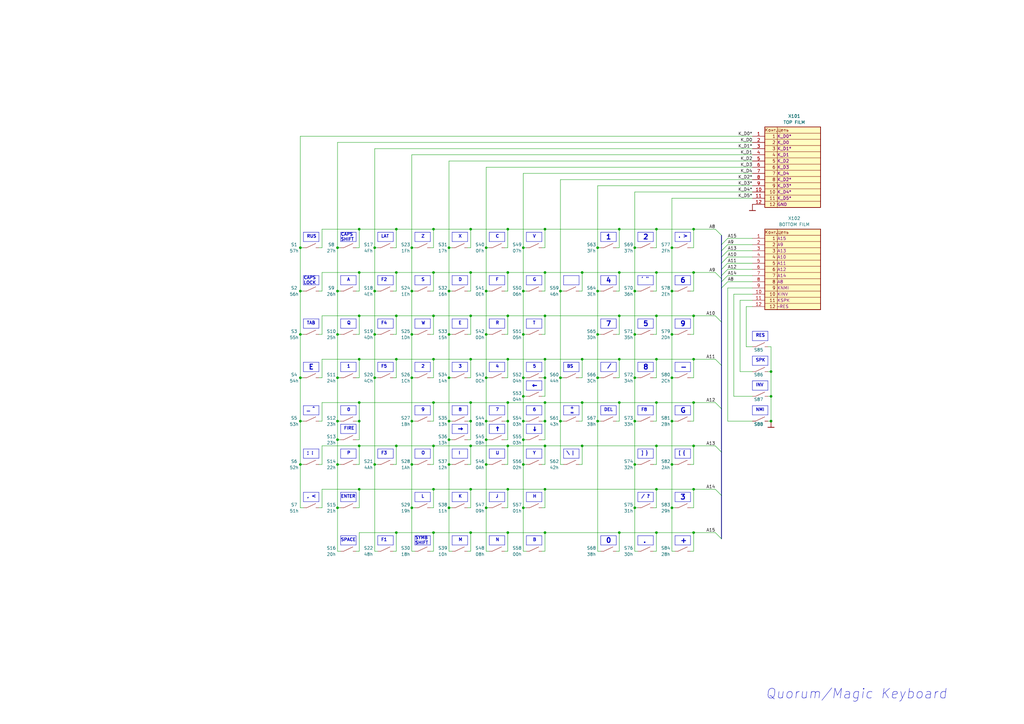
<source format=kicad_sch>
(kicad_sch (version 20230121) (generator eeschema)
  (paper "A3")
  (title_block (title "Quorum/Magic keyboard") (date "19.01.2020") (rev "1.22") (company "Kamil Karimov"))
  (junction (at 284.48 182.88))
  (junction (at 138.43 119.38))
  (junction (at 177.8 129.54))
  (junction (at 123.19 101.6))
  (junction (at 193.04 129.54))
  (junction (at 269.24 147.32))
  (junction (at 260.35 172.72))
  (junction (at 208.28 93.98))
  (junction (at 193.04 182.88))
  (junction (at 147.32 111.76))
  (junction (at 208.28 200.66))
  (junction (at 153.67 154.94))
  (junction (at 184.15 101.6))
  (junction (at 193.04 218.44))
  (junction (at 275.59 190.5))
  (junction (at 316.23 172.72))
  (junction (at 223.52 172.72))
  (junction (at 177.8 111.76))
  (junction (at 223.52 147.32))
  (junction (at 177.8 165.1))
  (junction (at 162.56 129.54))
  (junction (at 147.32 93.98))
  (junction (at 223.52 165.1))
  (junction (at 245.11 101.6))
  (junction (at 269.24 111.76))
  (junction (at 162.56 93.98))
  (junction (at 199.39 172.72))
  (junction (at 208.28 147.32))
  (junction (at 260.35 101.6))
  (junction (at 147.32 129.54))
  (junction (at 153.67 119.38))
  (junction (at 238.76 182.88))
  (junction (at 199.39 208.28))
  (junction (at 269.24 93.98))
  (junction (at 269.24 218.44))
  (junction (at 254 147.32))
  (junction (at 193.04 172.72))
  (junction (at 147.32 200.66))
  (junction (at 223.52 200.66))
  (junction (at 260.35 137.16))
  (junction (at 177.8 218.44))
  (junction (at 199.39 119.38))
  (junction (at 245.11 154.94))
  (junction (at 184.15 208.28))
  (junction (at 147.32 147.32))
  (junction (at 123.19 137.16))
  (junction (at 214.63 208.28))
  (junction (at 223.52 111.76))
  (junction (at 193.04 200.66))
  (junction (at 199.39 190.5))
  (junction (at 254 129.54))
  (junction (at 193.04 111.76))
  (junction (at 138.43 190.5))
  (junction (at 123.19 172.72))
  (junction (at 214.63 101.6))
  (junction (at 254 218.44))
  (junction (at 238.76 111.76))
  (junction (at 284.48 218.44))
  (junction (at 269.24 182.88))
  (junction (at 275.59 154.94))
  (junction (at 177.8 200.66))
  (junction (at 260.35 154.94))
  (junction (at 214.63 190.5))
  (junction (at 168.91 137.16))
  (junction (at 316.23 162.56))
  (junction (at 275.59 101.6))
  (junction (at 229.87 154.94))
  (junction (at 223.52 154.94))
  (junction (at 275.59 119.38))
  (junction (at 184.15 172.72))
  (junction (at 184.15 190.5))
  (junction (at 214.63 162.56))
  (junction (at 214.63 172.72))
  (junction (at 223.52 182.88))
  (junction (at 193.04 165.1))
  (junction (at 208.28 111.76))
  (junction (at 260.35 208.28))
  (junction (at 147.32 165.1))
  (junction (at 245.11 172.72))
  (junction (at 138.43 137.16))
  (junction (at 184.15 137.16))
  (junction (at 168.91 101.6))
  (junction (at 123.19 190.5))
  (junction (at 284.48 93.98))
  (junction (at 193.04 93.98))
  (junction (at 229.87 119.38))
  (junction (at 214.63 119.38))
  (junction (at 123.19 119.38))
  (junction (at 223.52 129.54))
  (junction (at 254 93.98))
  (junction (at 260.35 119.38))
  (junction (at 275.59 208.28))
  (junction (at 168.91 154.94))
  (junction (at 184.15 180.34))
  (junction (at 208.28 129.54))
  (junction (at 254 165.1))
  (junction (at 229.87 172.72))
  (junction (at 214.63 137.16))
  (junction (at 245.11 119.38))
  (junction (at 245.11 137.16))
  (junction (at 199.39 180.34))
  (junction (at 214.63 154.94))
  (junction (at 316.23 152.4))
  (junction (at 223.52 93.98))
  (junction (at 199.39 101.6))
  (junction (at 223.52 218.44))
  (junction (at 238.76 147.32))
  (junction (at 138.43 101.6))
  (junction (at 168.91 172.72))
  (junction (at 269.24 165.1))
  (junction (at 184.15 154.94))
  (junction (at 168.91 190.5))
  (junction (at 260.35 190.5))
  (junction (at 184.15 119.38))
  (junction (at 275.59 172.72))
  (junction (at 193.04 147.32))
  (junction (at 177.8 147.32))
  (junction (at 275.59 137.16))
  (junction (at 138.43 154.94))
  (junction (at 168.91 208.28))
  (junction (at 153.67 101.6))
  (junction (at 162.56 147.32))
  (junction (at 147.32 182.88))
  (junction (at 199.39 137.16))
  (junction (at 208.28 172.72))
  (junction (at 138.43 180.34))
  (junction (at 284.48 200.66))
  (junction (at 208.28 165.1))
  (junction (at 254 111.76))
  (junction (at 162.56 111.76))
  (junction (at 153.67 190.5))
  (junction (at 214.63 180.34))
  (junction (at 208.28 218.44))
  (junction (at 284.48 147.32))
  (junction (at 238.76 165.1))
  (junction (at 199.39 154.94))
  (junction (at 177.8 182.88))
  (junction (at 162.56 182.88))
  (junction (at 269.24 200.66))
  (junction (at 162.56 218.44))
  (junction (at 284.48 111.76))
  (junction (at 177.8 93.98))
  (junction (at 269.24 129.54))
  (junction (at 153.67 137.16))
  (junction (at 168.91 119.38))
  (junction (at 284.48 129.54))
  (junction (at 284.48 165.1))
  (junction (at 208.28 182.88))
  (junction (at 138.43 208.28))
  (junction (at 147.32 172.72))
  (junction (at 138.43 172.72))
  (junction (at 123.19 154.94))
  (bus_entry (at 293.37 165.1) (size 2.54 2.54))
  (bus_entry (at 298.45 100.33) (size -2.54 2.54))
  (bus_entry (at 298.45 107.95) (size -2.54 2.54))
  (bus_entry (at 293.37 129.54) (size 2.54 2.54))
  (bus_entry (at 293.37 111.76) (size 2.54 2.54))
  (bus_entry (at 293.37 218.44) (size 2.54 2.54))
  (bus_entry (at 293.37 93.98) (size 2.54 2.54))
  (bus_entry (at 298.45 97.79) (size -2.54 2.54))
  (bus_entry (at 298.45 113.03) (size -2.54 2.54))
  (bus_entry (at 293.37 200.66) (size 2.54 2.54))
  (bus_entry (at 293.37 147.32) (size 2.54 2.54))
  (bus_entry (at 298.45 110.49) (size -2.54 2.54))
  (bus_entry (at 298.45 105.41) (size -2.54 2.54))
  (bus_entry (at 298.45 102.87) (size -2.54 2.54))
  (bus_entry (at 298.45 115.57) (size -2.54 2.54))
  (bus_entry (at 293.37 182.88) (size 2.54 2.54))
  (polyline (pts (xy 139.7 166.37) (xy 139.7 170.18)))
  (wire (pts (xy 162.56 190.5) (xy 162.56 182.88)))
  (polyline (pts (xy 161.29 113.03) (xy 154.94 113.03)))
  (wire (pts (xy 138.43 226.06) (xy 139.7 226.06)))
  (wire (pts (xy 184.15 190.5) (xy 184.15 180.34)))
  (wire (pts (xy 237.49 119.38) (xy 238.76 119.38)))
  (polyline (pts (xy 207.01 166.37) (xy 200.66 166.37)))
  (wire (pts (xy 146.05 226.06) (xy 147.32 226.06)))
  (polyline (pts (xy 308.61 139.7) (xy 314.96 139.7)))
  (polyline (pts (xy 222.25 170.18) (xy 222.25 166.37)))
  (polyline (pts (xy 215.9 130.81) (xy 215.9 134.62)))
  (wire (pts (xy 269.24 190.5) (xy 269.24 182.88)))
  (polyline (pts (xy 139.7 113.03) (xy 139.7 116.84)))
  (wire (pts (xy 308.61 142.24) (xy 306.07 142.24)))
  (wire (pts (xy 284.48 119.38) (xy 284.48 111.76)))
  (polyline (pts (xy 154.94 134.62) (xy 161.29 134.62)))
  (wire (pts (xy 229.87 172.72) (xy 229.87 190.5)))
  (polyline (pts (xy 267.97 130.81) (xy 261.62 130.81)))
  (polyline (pts (xy 283.21 219.71) (xy 276.86 219.71)))
  (wire (pts (xy 168.91 63.5) (xy 168.91 101.6)))
  (polyline (pts (xy 215.9 116.84) (xy 222.25 116.84)))
  (wire (pts (xy 254 111.76) (xy 269.24 111.76)))
  (polyline (pts (xy 261.62 134.62) (xy 267.97 134.62)))
  (polyline (pts (xy 261.62 95.25) (xy 261.62 99.06)))
  (wire (pts (xy 154.94 101.6) (xy 153.67 101.6)))
  (wire (pts (xy 208.28 165.1) (xy 223.52 165.1)))
  (wire (pts (xy 147.32 129.54) (xy 162.56 129.54)))
  (wire (pts (xy 283.21 137.16) (xy 284.48 137.16)))
  (wire (pts (xy 308.61 63.5) (xy 168.91 63.5)))
  (polyline (pts (xy 154.94 95.25) (xy 154.94 99.06)))
  (wire (pts (xy 208.28 208.28) (xy 208.28 200.66)))
  (polyline (pts (xy 207.01 116.84) (xy 207.01 113.03)))
  (wire (pts (xy 245.11 101.6) (xy 245.11 76.2)))
  (polyline (pts (xy 130.81 152.4) (xy 130.81 148.59)))
  (wire (pts (xy 130.81 190.5) (xy 132.08 190.5)))
  (wire (pts (xy 284.48 182.88) (xy 293.37 182.88)))
  (wire (pts (xy 168.91 119.38) (xy 170.18 119.38)))
  (wire (pts (xy 199.39 180.34) (xy 199.39 190.5)))
  (polyline (pts (xy 124.46 134.62) (xy 130.81 134.62)))
  (polyline (pts (xy 267.97 116.84) (xy 267.97 113.03)))
  (bus (pts (xy 295.91 96.52) (xy 295.91 100.33)))
  (polyline (pts (xy 139.7 95.25) (xy 139.7 99.06)))
  (polyline (pts (xy 222.25 116.84) (xy 222.25 113.03)))
  (wire (pts (xy 276.86 101.6) (xy 275.59 101.6)))
  (wire (pts (xy 153.67 154.94) (xy 153.67 137.16)))
  (wire (pts (xy 147.32 226.06) (xy 147.32 218.44)))
  (polyline (pts (xy 314.96 139.7) (xy 314.96 135.89)))
  (polyline (pts (xy 139.7 134.62) (xy 146.05 134.62)))
  (wire (pts (xy 306.07 142.24) (xy 306.07 125.73)))
  (wire (pts (xy 146.05 180.34) (xy 147.32 180.34)))
  (polyline (pts (xy 161.29 116.84) (xy 161.29 113.03)))
  (wire (pts (xy 147.32 190.5) (xy 147.32 182.88)))
  (wire (pts (xy 254 137.16) (xy 254 129.54)))
  (polyline (pts (xy 200.66 173.99) (xy 200.66 177.8)))
  (polyline (pts (xy 267.97 166.37) (xy 261.62 166.37)))
  (wire (pts (xy 200.66 190.5) (xy 199.39 190.5)))
  (wire (pts (xy 193.04 218.44) (xy 208.28 218.44)))
  (polyline (pts (xy 314.96 146.05) (xy 308.61 146.05)))
  (wire (pts (xy 168.91 101.6) (xy 168.91 119.38)))
  (wire (pts (xy 298.45 110.49) (xy 308.61 110.49)))
  (wire (pts (xy 184.15 137.16) (xy 184.15 119.38)))
  (polyline (pts (xy 161.29 152.4) (xy 161.29 148.59)))
  (wire (pts (xy 316.23 162.56) (xy 316.23 152.4)))
  (polyline (pts (xy 139.7 187.96) (xy 146.05 187.96)))
  (polyline (pts (xy 146.05 130.81) (xy 139.7 130.81)))
  (wire (pts (xy 269.24 208.28) (xy 269.24 200.66)))
  (polyline (pts (xy 308.61 160.02) (xy 314.96 160.02)))
  (polyline (pts (xy 170.18 187.96) (xy 176.53 187.96)))
  (wire (pts (xy 177.8 208.28) (xy 177.8 200.66)))
  (wire (pts (xy 207.01 180.34) (xy 208.28 180.34)))
  (wire (pts (xy 238.76 111.76) (xy 254 111.76)))
  (wire (pts (xy 162.56 226.06) (xy 162.56 218.44)))
  (wire (pts (xy 298.45 105.41) (xy 308.61 105.41)))
  (wire (pts (xy 260.35 137.16) (xy 260.35 154.94)))
  (polyline (pts (xy 185.42 152.4) (xy 191.77 152.4)))
  (polyline (pts (xy 222.25 152.4) (xy 222.25 148.59)))
  (wire (pts (xy 269.24 154.94) (xy 269.24 147.32)))
  (polyline (pts (xy 185.42 223.52) (xy 191.77 223.52)))
  (polyline (pts (xy 308.61 146.05) (xy 308.61 149.86)))
  (polyline (pts (xy 139.7 173.99) (xy 139.7 177.8)))
  (polyline (pts (xy 261.62 223.52) (xy 267.97 223.52)))
  (wire (pts (xy 146.05 119.38) (xy 147.32 119.38)))
  (wire (pts (xy 124.46 119.38) (xy 123.19 119.38)))
  (wire (pts (xy 222.25 101.6) (xy 223.52 101.6)))
  (wire (pts (xy 284.48 129.54) (xy 293.37 129.54)))
  (polyline (pts (xy 185.42 201.93) (xy 185.42 205.74)))
  (wire (pts (xy 132.08 208.28) (xy 132.08 200.66)))
  (wire (pts (xy 267.97 226.06) (xy 269.24 226.06)))
  (wire (pts (xy 308.61 66.04) (xy 184.15 66.04)))
  (polyline (pts (xy 130.81 113.03) (xy 124.46 113.03)))
  (polyline (pts (xy 308.61 170.18) (xy 314.96 170.18)))
  (wire (pts (xy 275.59 137.16) (xy 275.59 119.38)))
  (wire (pts (xy 138.43 208.28) (xy 138.43 226.06)))
  (wire (pts (xy 168.91 137.16) (xy 170.18 137.16)))
  (wire (pts (xy 254 172.72) (xy 254 165.1)))
  (polyline (pts (xy 314.96 156.21) (xy 308.61 156.21)))
  (polyline (pts (xy 200.66 166.37) (xy 200.66 170.18)))
  (polyline (pts (xy 154.94 219.71) (xy 154.94 223.52)))
  (polyline (pts (xy 231.14 113.03) (xy 231.14 116.84)))
  (polyline (pts (xy 314.96 135.89) (xy 308.61 135.89)))
  (polyline (pts (xy 252.73 148.59) (xy 246.38 148.59)))
  (wire (pts (xy 284.48 172.72) (xy 284.48 165.1)))
  (wire (pts (xy 222.25 208.28) (xy 223.52 208.28)))
  (polyline (pts (xy 139.7 223.52) (xy 146.05 223.52)))
  (polyline (pts (xy 170.18 130.81) (xy 170.18 134.62)))
  (wire (pts (xy 162.56 101.6) (xy 162.56 93.98)))
  (wire (pts (xy 146.05 190.5) (xy 147.32 190.5)))
  (wire (pts (xy 138.43 137.16) (xy 139.7 137.16)))
  (polyline (pts (xy 170.18 223.52) (xy 176.53 223.52)))
  (wire (pts (xy 238.76 190.5) (xy 238.76 182.88)))
  (wire (pts (xy 168.91 208.28) (xy 168.91 226.06)))
  (polyline (pts (xy 191.77 116.84) (xy 191.77 113.03)))
  (polyline (pts (xy 215.9 95.25) (xy 215.9 99.06)))
  (polyline (pts (xy 215.9 152.4) (xy 222.25 152.4)))
  (polyline (pts (xy 222.25 184.15) (xy 215.9 184.15)))
  (wire (pts (xy 146.05 154.94) (xy 147.32 154.94)))
  (polyline (pts (xy 200.66 99.06) (xy 207.01 99.06)))
  (bus (pts (xy 295.91 185.42) (xy 295.91 203.2)))
  (wire (pts (xy 147.32 119.38) (xy 147.32 111.76)))
  (wire (pts (xy 231.14 119.38) (xy 229.87 119.38)))
  (polyline (pts (xy 154.94 148.59) (xy 154.94 152.4)))
  (polyline (pts (xy 276.86 205.74) (xy 283.21 205.74)))
  (wire (pts (xy 261.62 137.16) (xy 260.35 137.16)))
  (polyline (pts (xy 246.38 99.06) (xy 252.73 99.06)))
  (polyline (pts (xy 200.66 95.25) (xy 200.66 99.06)))
  (wire (pts (xy 215.9 190.5) (xy 214.63 190.5)))
  (polyline (pts (xy 154.94 152.4) (xy 161.29 152.4)))
  (polyline (pts (xy 276.86 201.93) (xy 276.86 205.74)))
  (polyline (pts (xy 231.14 148.59) (xy 231.14 152.4)))
  (polyline (pts (xy 191.77 173.99) (xy 185.42 173.99)))
  (wire (pts (xy 168.91 190.5) (xy 168.91 208.28)))
  (wire (pts (xy 269.24 111.76) (xy 284.48 111.76)))
  (polyline (pts (xy 283.21 223.52) (xy 283.21 219.71)))
  (wire (pts (xy 223.52 218.44) (xy 254 218.44)))
  (polyline (pts (xy 154.94 223.52) (xy 161.29 223.52)))
  (wire (pts (xy 283.21 190.5) (xy 284.48 190.5)))
  (wire (pts (xy 254 165.1) (xy 269.24 165.1)))
  (polyline (pts (xy 283.21 184.15) (xy 276.86 184.15)))
  (polyline (pts (xy 246.38 219.71) (xy 246.38 223.52)))
  (wire (pts (xy 185.42 208.28) (xy 184.15 208.28)))
  (wire (pts (xy 246.38 119.38) (xy 245.11 119.38)))
  (polyline (pts (xy 215.9 166.37) (xy 215.9 170.18)))
  (wire (pts (xy 283.21 208.28) (xy 284.48 208.28)))
  (polyline (pts (xy 276.86 223.52) (xy 283.21 223.52)))
  (wire (pts (xy 316.23 172.72) (xy 316.23 162.56)))
  (bus (pts (xy 295.91 132.08) (xy 295.91 149.86)))
  (polyline (pts (xy 170.18 99.06) (xy 176.53 99.06)))
  (wire (pts (xy 308.61 55.88) (xy 123.19 55.88)))
  (wire (pts (xy 254 119.38) (xy 254 111.76)))
  (polyline (pts (xy 261.62 99.06) (xy 267.97 99.06)))
  (polyline (pts (xy 124.46 130.81) (xy 124.46 134.62)))
  (wire (pts (xy 269.24 119.38) (xy 269.24 111.76)))
  (polyline (pts (xy 185.42 99.06) (xy 191.77 99.06)))
  (polyline (pts (xy 276.86 184.15) (xy 276.86 187.96)))
  (polyline (pts (xy 170.18 95.25) (xy 170.18 99.06)))
  (wire (pts (xy 276.86 137.16) (xy 275.59 137.16)))
  (wire (pts (xy 298.45 118.11) (xy 308.61 118.11)))
  (wire (pts (xy 191.77 226.06) (xy 193.04 226.06)))
  (wire (pts (xy 162.56 154.94) (xy 162.56 147.32)))
  (polyline (pts (xy 139.7 130.81) (xy 139.7 134.62)))
  (wire (pts (xy 123.19 119.38) (xy 123.19 137.16)))
  (wire (pts (xy 303.53 152.4) (xy 308.61 152.4)))
  (wire (pts (xy 138.43 172.72) (xy 138.43 180.34)))
  (wire (pts (xy 177.8 154.94) (xy 177.8 147.32)))
  (polyline (pts (xy 170.18 170.18) (xy 176.53 170.18)))
  (polyline (pts (xy 261.62 205.74) (xy 267.97 205.74)))
  (wire (pts (xy 207.01 154.94) (xy 208.28 154.94)))
  (polyline (pts (xy 146.05 99.06) (xy 146.05 95.25)))
  (wire (pts (xy 162.56 129.54) (xy 177.8 129.54)))
  (polyline (pts (xy 185.42 113.03) (xy 185.42 116.84)))
  (polyline (pts (xy 261.62 148.59) (xy 261.62 152.4)))
  (bus (pts (xy 295.91 107.95) (xy 295.91 110.49)))
  (polyline (pts (xy 267.97 170.18) (xy 267.97 166.37)))
  (polyline (pts (xy 237.49 116.84) (xy 237.49 113.03)))
  (wire (pts (xy 252.73 137.16) (xy 254 137.16)))
  (wire (pts (xy 193.04 119.38) (xy 193.04 111.76)))
  (polyline (pts (xy 276.86 219.71) (xy 276.86 223.52)))
  (wire (pts (xy 147.32 182.88) (xy 132.08 182.88)))
  (polyline (pts (xy 170.18 166.37) (xy 170.18 170.18)))
  (wire (pts (xy 147.32 165.1) (xy 132.08 165.1)))
  (wire (pts (xy 154.94 137.16) (xy 153.67 137.16)))
  (polyline (pts (xy 130.81 148.59) (xy 124.46 148.59)))
  (wire (pts (xy 161.29 137.16) (xy 162.56 137.16)))
  (polyline (pts (xy 308.61 166.37) (xy 308.61 170.18)))
  (wire (pts (xy 222.25 226.06) (xy 223.52 226.06)))
  (polyline (pts (xy 176.53 170.18) (xy 176.53 166.37)))
  (wire (pts (xy 284.48 208.28) (xy 284.48 200.66)))
  (polyline (pts (xy 246.38 170.18) (xy 252.73 170.18)))
  (wire (pts (xy 283.21 154.94) (xy 284.48 154.94)))
  (wire (pts (xy 191.77 190.5) (xy 193.04 190.5)))
  (wire (pts (xy 238.76 147.32) (xy 254 147.32)))
  (wire (pts (xy 138.43 180.34) (xy 139.7 180.34)))
  (wire (pts (xy 223.52 129.54) (xy 254 129.54)))
  (polyline (pts (xy 139.7 152.4) (xy 146.05 152.4)))
  (wire (pts (xy 222.25 119.38) (xy 223.52 119.38)))
  (wire (pts (xy 138.43 101.6) (xy 138.43 119.38)))
  (wire (pts (xy 267.97 190.5) (xy 269.24 190.5)))
  (wire (pts (xy 199.39 68.58) (xy 199.39 101.6)))
  (wire (pts (xy 208.28 154.94) (xy 208.28 147.32)))
  (polyline (pts (xy 200.66 187.96) (xy 207.01 187.96)))
  (wire (pts (xy 162.56 147.32) (xy 147.32 147.32)))
  (wire (pts (xy 222.25 154.94) (xy 223.52 154.94)))
  (wire (pts (xy 283.21 172.72) (xy 284.48 172.72)))
  (polyline (pts (xy 283.21 116.84) (xy 283.21 113.03)))
  (polyline (pts (xy 276.86 134.62) (xy 283.21 134.62)))
  (polyline (pts (xy 154.94 184.15) (xy 154.94 187.96)))
  (polyline (pts (xy 200.66 134.62) (xy 207.01 134.62)))
  (wire (pts (xy 260.35 119.38) (xy 260.35 137.16)))
  (wire (pts (xy 231.14 172.72) (xy 229.87 172.72)))
  (wire (pts (xy 176.53 137.16) (xy 177.8 137.16)))
  (wire (pts (xy 177.8 101.6) (xy 177.8 93.98)))
  (wire (pts (xy 314.96 152.4) (xy 316.23 152.4)))
  (polyline (pts (xy 170.18 152.4) (xy 176.53 152.4)))
  (wire (pts (xy 176.53 119.38) (xy 177.8 119.38)))
  (polyline (pts (xy 185.42 184.15) (xy 185.42 187.96)))
  (wire (pts (xy 208.28 93.98) (xy 223.52 93.98)))
  (wire (pts (xy 215.9 101.6) (xy 214.63 101.6)))
  (wire (pts (xy 124.46 208.28) (xy 123.19 208.28)))
  (wire (pts (xy 308.61 162.56) (xy 300.99 162.56)))
  (polyline (pts (xy 176.53 116.84) (xy 176.53 113.03)))
  (wire (pts (xy 238.76 182.88) (xy 269.24 182.88)))
  (wire (pts (xy 193.04 137.16) (xy 193.04 129.54)))
  (wire (pts (xy 154.94 190.5) (xy 153.67 190.5)))
  (wire (pts (xy 284.48 165.1) (xy 293.37 165.1)))
  (polyline (pts (xy 207.01 223.52) (xy 207.01 219.71)))
  (wire (pts (xy 222.25 137.16) (xy 223.52 137.16)))
  (polyline (pts (xy 276.86 113.03) (xy 276.86 116.84)))
  (polyline (pts (xy 276.86 152.4) (xy 283.21 152.4)))
  (polyline (pts (xy 124.46 116.84) (xy 130.81 116.84)))
  (wire (pts (xy 153.67 137.16) (xy 153.67 119.38)))
  (polyline (pts (xy 246.38 134.62) (xy 252.73 134.62)))
  (polyline (pts (xy 176.53 152.4) (xy 176.53 148.59)))
  (polyline (pts (xy 314.96 166.37) (xy 308.61 166.37)))
  (wire (pts (xy 177.8 190.5) (xy 177.8 182.88)))
  (wire (pts (xy 208.28 190.5) (xy 208.28 182.88)))
  (polyline (pts (xy 185.42 95.25) (xy 185.42 99.06)))
  (polyline (pts (xy 215.9 148.59) (xy 215.9 152.4)))
  (wire (pts (xy 146.05 137.16) (xy 147.32 137.16)))
  (wire (pts (xy 214.63 162.56) (xy 214.63 172.72)))
  (wire (pts (xy 161.29 101.6) (xy 162.56 101.6)))
  (polyline (pts (xy 283.21 95.25) (xy 276.86 95.25)))
  (polyline (pts (xy 267.97 184.15) (xy 261.62 184.15)))
  (polyline (pts (xy 146.05 187.96) (xy 146.05 184.15)))
  (polyline (pts (xy 246.38 113.03) (xy 246.38 116.84)))
  (wire (pts (xy 284.48 147.32) (xy 293.37 147.32)))
  (wire (pts (xy 124.46 137.16) (xy 123.19 137.16)))
  (polyline (pts (xy 215.9 219.71) (xy 215.9 223.52)))
  (wire (pts (xy 260.35 78.74) (xy 308.61 78.74)))
  (wire (pts (xy 138.43 119.38) (xy 138.43 137.16)))
  (wire (pts (xy 269.24 147.32) (xy 284.48 147.32)))
  (polyline (pts (xy 261.62 113.03) (xy 261.62 116.84)))
  (polyline (pts (xy 231.14 170.18) (xy 237.49 170.18)))
  (wire (pts (xy 245.11 76.2) (xy 308.61 76.2)))
  (wire (pts (xy 153.67 60.96) (xy 153.67 101.6)))
  (polyline (pts (xy 176.53 205.74) (xy 176.53 201.93)))
  (wire (pts (xy 284.48 101.6) (xy 284.48 93.98)))
  (wire (pts (xy 154.94 119.38) (xy 153.67 119.38)))
  (polyline (pts (xy 130.81 166.37) (xy 124.46 166.37)))
  (wire (pts (xy 185.42 190.5) (xy 184.15 190.5)))
  (wire (pts (xy 214.63 208.28) (xy 214.63 226.06)))
  (wire (pts (xy 298.45 107.95) (xy 308.61 107.95)))
  (wire (pts (xy 223.52 226.06) (xy 223.52 218.44)))
  (wire (pts (xy 124.46 190.5) (xy 123.19 190.5)))
  (polyline (pts (xy 207.01 187.96) (xy 207.01 184.15)))
  (wire (pts (xy 276.86 190.5) (xy 275.59 190.5)))
  (polyline (pts (xy 170.18 116.84) (xy 176.53 116.84)))
  (polyline (pts (xy 308.61 135.89) (xy 308.61 139.7)))
  (wire (pts (xy 176.53 208.28) (xy 177.8 208.28)))
  (polyline (pts (xy 252.73 116.84) (xy 252.73 113.03)))
  (polyline (pts (xy 191.77 184.15) (xy 185.42 184.15)))
  (polyline (pts (xy 246.38 148.59) (xy 246.38 152.4)))
  (wire (pts (xy 254 218.44) (xy 269.24 218.44)))
  (polyline (pts (xy 261.62 152.4) (xy 267.97 152.4)))
  (polyline (pts (xy 252.73 130.81) (xy 246.38 130.81)))
  (wire (pts (xy 161.29 190.5) (xy 162.56 190.5)))
  (wire (pts (xy 208.28 218.44) (xy 223.52 218.44)))
  (wire (pts (xy 284.48 226.06) (xy 284.48 218.44)))
  (polyline (pts (xy 283.21 134.62) (xy 283.21 130.81)))
  (wire (pts (xy 267.97 119.38) (xy 269.24 119.38)))
  (polyline (pts (xy 130.81 116.84) (xy 130.81 113.03)))
  (polyline (pts (xy 222.25 130.81) (xy 215.9 130.81)))
  (wire (pts (xy 124.46 154.94) (xy 123.19 154.94)))
  (polyline (pts (xy 185.42 116.84) (xy 191.77 116.84)))
  (wire (pts (xy 222.25 190.5) (xy 223.52 190.5)))
  (polyline (pts (xy 139.7 184.15) (xy 139.7 187.96)))
  (polyline (pts (xy 176.53 184.15) (xy 170.18 184.15)))
  (wire (pts (xy 223.52 111.76) (xy 238.76 111.76)))
  (polyline (pts (xy 276.86 99.06) (xy 283.21 99.06)))
  (wire (pts (xy 191.77 208.28) (xy 193.04 208.28)))
  (polyline (pts (xy 276.86 95.25) (xy 276.86 99.06)))
  (wire (pts (xy 261.62 208.28) (xy 260.35 208.28)))
  (polyline (pts (xy 139.7 99.06) (xy 146.05 99.06)))
  (wire (pts (xy 146.05 208.28) (xy 147.32 208.28)))
  (polyline (pts (xy 222.25 166.37) (xy 215.9 166.37)))
  (wire (pts (xy 177.8 200.66) (xy 193.04 200.66)))
  (polyline (pts (xy 207.01 134.62) (xy 207.01 130.81)))
  (wire (pts (xy 130.81 101.6) (xy 132.08 101.6)))
  (wire (pts (xy 298.45 100.33) (xy 308.61 100.33)))
  (wire (pts (xy 283.21 101.6) (xy 284.48 101.6)))
  (polyline (pts (xy 176.53 99.06) (xy 176.53 95.25)))
  (wire (pts (xy 261.62 101.6) (xy 260.35 101.6)))
  (wire (pts (xy 208.28 180.34) (xy 208.28 172.72)))
  (wire (pts (xy 298.45 102.87) (xy 308.61 102.87)))
  (wire (pts (xy 193.04 180.34) (xy 193.04 172.72)))
  (polyline (pts (xy 185.42 177.8) (xy 191.77 177.8)))
  (polyline (pts (xy 200.66 116.84) (xy 207.01 116.84)))
  (bus (pts (xy 295.91 105.41) (xy 295.91 107.95)))
  (polyline (pts (xy 176.53 166.37) (xy 170.18 166.37)))
  (polyline (pts (xy 222.25 187.96) (xy 222.25 184.15)))
  (wire (pts (xy 123.19 101.6) (xy 123.19 119.38)))
  (wire (pts (xy 246.38 101.6) (xy 245.11 101.6)))
  (polyline (pts (xy 252.73 95.25) (xy 246.38 95.25)))
  (wire (pts (xy 208.28 226.06) (xy 208.28 218.44)))
  (wire (pts (xy 132.08 172.72) (xy 132.08 165.1)))
  (wire (pts (xy 177.8 147.32) (xy 193.04 147.32)))
  (polyline (pts (xy 146.05 170.18) (xy 146.05 166.37)))
  (polyline (pts (xy 231.14 152.4) (xy 237.49 152.4)))
  (polyline (pts (xy 130.81 130.81) (xy 124.46 130.81)))
  (polyline (pts (xy 161.29 99.06) (xy 161.29 95.25)))
  (polyline (pts (xy 267.97 223.52) (xy 267.97 219.71)))
  (polyline (pts (xy 176.53 95.25) (xy 170.18 95.25)))
  (polyline (pts (xy 314.96 149.86) (xy 314.96 146.05)))
  (polyline (pts (xy 207.01 205.74) (xy 207.01 201.93)))
  (wire (pts (xy 138.43 119.38) (xy 139.7 119.38)))
  (polyline (pts (xy 207.01 113.03) (xy 200.66 113.03)))
  (wire (pts (xy 254 93.98) (xy 269.24 93.98)))
  (polyline (pts (xy 200.66 148.59) (xy 200.66 152.4)))
  (polyline (pts (xy 215.9 160.02) (xy 222.25 160.02)))
  (wire (pts (xy 147.32 172.72) (xy 147.32 165.1)))
  (polyline (pts (xy 215.9 99.06) (xy 222.25 99.06)))
  (wire (pts (xy 154.94 226.06) (xy 153.67 226.06)))
  (wire (pts (xy 123.19 137.16) (xy 123.19 154.94)))
  (wire (pts (xy 200.66 180.34) (xy 199.39 180.34)))
  (wire (pts (xy 184.15 154.94) (xy 184.15 137.16)))
  (wire (pts (xy 177.8 218.44) (xy 193.04 218.44)))
  (polyline (pts (xy 124.46 166.37) (xy 124.46 170.18)))
  (wire (pts (xy 308.61 172.72) (xy 298.45 172.72)))
  (wire (pts (xy 300.99 162.56) (xy 300.99 120.65)))
  (wire (pts (xy 177.8 200.66) (xy 147.32 200.66)))
  (polyline (pts (xy 176.53 130.81) (xy 170.18 130.81)))
  (polyline (pts (xy 222.25 173.99) (xy 215.9 173.99)))
  (wire (pts (xy 200.66 172.72) (xy 199.39 172.72)))
  (wire (pts (xy 191.77 154.94) (xy 193.04 154.94)))
  (wire (pts (xy 276.86 226.06) (xy 275.59 226.06)))
  (wire (pts (xy 207.01 190.5) (xy 208.28 190.5)))
  (wire (pts (xy 284.48 190.5) (xy 284.48 182.88)))
  (polyline (pts (xy 191.77 152.4) (xy 191.77 148.59)))
  (wire (pts (xy 184.15 208.28) (xy 184.15 190.5)))
  (polyline (pts (xy 146.05 173.99) (xy 139.7 173.99)))
  (polyline (pts (xy 185.42 166.37) (xy 185.42 170.18)))
  (wire (pts (xy 269.24 200.66) (xy 284.48 200.66)))
  (wire (pts (xy 191.77 137.16) (xy 193.04 137.16)))
  (wire (pts (xy 132.08 137.16) (xy 132.08 129.54)))
  (wire (pts (xy 254 226.06) (xy 254 218.44)))
  (wire (pts (xy 252.73 101.6) (xy 254 101.6)))
  (wire (pts (xy 269.24 93.98) (xy 284.48 93.98)))
  (wire (pts (xy 269.24 218.44) (xy 284.48 218.44)))
  (polyline (pts (xy 222.25 134.62) (xy 222.25 130.81)))
  (polyline (pts (xy 185.42 148.59) (xy 185.42 152.4)))
  (wire (pts (xy 260.35 190.5) (xy 260.35 208.28)))
  (wire (pts (xy 245.11 172.72) (xy 245.11 154.94)))
  (polyline (pts (xy 261.62 130.81) (xy 261.62 134.62)))
  (polyline (pts (xy 261.62 184.15) (xy 261.62 187.96)))
  (wire (pts (xy 276.86 154.94) (xy 275.59 154.94)))
  (polyline (pts (xy 215.9 170.18) (xy 222.25 170.18)))
  (wire (pts (xy 238.76 165.1) (xy 254 165.1)))
  (wire (pts (xy 177.8 182.88) (xy 162.56 182.88)))
  (polyline (pts (xy 215.9 113.03) (xy 215.9 116.84)))
  (wire (pts (xy 237.49 172.72) (xy 238.76 172.72)))
  (wire (pts (xy 168.91 119.38) (xy 168.91 137.16)))
  (bus (pts (xy 295.91 102.87) (xy 295.91 105.41)))
  (wire (pts (xy 215.9 137.16) (xy 214.63 137.16)))
  (wire (pts (xy 200.66 101.6) (xy 199.39 101.6)))
  (wire (pts (xy 138.43 172.72) (xy 139.7 172.72)))
  (wire (pts (xy 177.8 137.16) (xy 177.8 129.54)))
  (polyline (pts (xy 191.77 166.37) (xy 185.42 166.37)))
  (wire (pts (xy 147.32 154.94) (xy 147.32 147.32)))
  (polyline (pts (xy 139.7 201.93) (xy 139.7 205.74)))
  (wire (pts (xy 168.91 226.06) (xy 170.18 226.06)))
  (polyline (pts (xy 200.66 113.03) (xy 200.66 116.84)))
  (polyline (pts (xy 185.42 170.18) (xy 191.77 170.18)))
  (wire (pts (xy 130.81 154.94) (xy 132.08 154.94)))
  (wire (pts (xy 200.66 137.16) (xy 199.39 137.16)))
  (wire (pts (xy 238.76 119.38) (xy 238.76 111.76)))
  (wire (pts (xy 308.61 123.19) (xy 303.53 123.19)))
  (polyline (pts (xy 283.21 113.03) (xy 276.86 113.03)))
  (wire (pts (xy 185.42 180.34) (xy 184.15 180.34)))
  (wire (pts (xy 162.56 119.38) (xy 162.56 111.76)))
  (wire (pts (xy 185.42 101.6) (xy 184.15 101.6)))
  (polyline (pts (xy 308.61 149.86) (xy 314.96 149.86)))
  (wire (pts (xy 223.52 137.16) (xy 223.52 129.54)))
  (polyline (pts (xy 261.62 116.84) (xy 267.97 116.84)))
  (wire (pts (xy 276.86 172.72) (xy 275.59 172.72)))
  (polyline (pts (xy 124.46 170.18) (xy 130.81 170.18)))
  (wire (pts (xy 162.56 137.16) (xy 162.56 129.54)))
  (wire (pts (xy 269.24 172.72) (xy 269.24 165.1)))
  (wire (pts (xy 284.48 93.98) (xy 293.37 93.98)))
  (wire (pts (xy 138.43 154.94) (xy 138.43 172.72)))
  (wire (pts (xy 176.53 172.72) (xy 177.8 172.72)))
  (wire (pts (xy 269.24 226.06) (xy 269.24 218.44)))
  (polyline (pts (xy 215.9 201.93) (xy 215.9 205.74)))
  (polyline (pts (xy 146.05 205.74) (xy 146.05 201.93)))
  (wire (pts (xy 208.28 129.54) (xy 223.52 129.54)))
  (polyline (pts (xy 246.38 116.84) (xy 252.73 116.84)))
  (polyline (pts (xy 237.49 166.37) (xy 231.14 166.37)))
  (wire (pts (xy 231.14 154.94) (xy 229.87 154.94)))
  (wire (pts (xy 147.32 180.34) (xy 147.32 172.72)))
  (wire (pts (xy 208.28 147.32) (xy 223.52 147.32)))
  (wire (pts (xy 267.97 154.94) (xy 269.24 154.94)))
  (polyline (pts (xy 267.97 113.03) (xy 261.62 113.03)))
  (polyline (pts (xy 222.25 223.52) (xy 222.25 219.71)))
  (wire (pts (xy 229.87 119.38) (xy 229.87 73.66)))
  (polyline (pts (xy 237.49 148.59) (xy 231.14 148.59)))
  (wire (pts (xy 300.99 120.65) (xy 308.61 120.65)))
  (wire (pts (xy 153.67 190.5) (xy 153.67 154.94)))
  (polyline (pts (xy 283.21 205.74) (xy 283.21 201.93)))
  (wire (pts (xy 231.14 190.5) (xy 229.87 190.5)))
  (polyline (pts (xy 215.9 184.15) (xy 215.9 187.96)))
  (wire (pts (xy 199.39 154.94) (xy 199.39 172.72)))
  (wire (pts (xy 214.63 172.72) (xy 214.63 180.34)))
  (polyline (pts (xy 124.46 205.74) (xy 130.81 205.74)))
  (polyline (pts (xy 283.21 130.81) (xy 276.86 130.81)))
  (wire (pts (xy 191.77 101.6) (xy 193.04 101.6)))
  (polyline (pts (xy 130.81 187.96) (xy 130.81 184.15)))
  (wire (pts (xy 208.28 200.66) (xy 223.52 200.66)))
  (wire (pts (xy 214.63 101.6) (xy 214.63 119.38)))
  (bus (pts (xy 295.91 167.64) (xy 295.91 185.42)))
  (polyline (pts (xy 161.29 223.52) (xy 161.29 219.71)))
  (wire (pts (xy 138.43 58.42) (xy 138.43 101.6)))
  (wire (pts (xy 215.9 172.72) (xy 214.63 172.72)))
  (wire (pts (xy 222.25 180.34) (xy 223.52 180.34)))
  (wire (pts (xy 193.04 111.76) (xy 208.28 111.76)))
  (wire (pts (xy 138.43 190.5) (xy 139.7 190.5)))
  (polyline (pts (xy 146.05 184.15) (xy 139.7 184.15)))
  (polyline (pts (xy 191.77 95.25) (xy 185.42 95.25)))
  (wire (pts (xy 308.61 60.96) (xy 153.67 60.96)))
  (polyline (pts (xy 124.46 99.06) (xy 130.81 99.06)))
  (wire (pts (xy 208.28 137.16) (xy 208.28 129.54)))
  (wire (pts (xy 267.97 137.16) (xy 269.24 137.16)))
  (wire (pts (xy 207.01 226.06) (xy 208.28 226.06)))
  (wire (pts (xy 208.28 172.72) (xy 208.28 165.1)))
  (bus (pts (xy 295.91 115.57) (xy 295.91 118.11)))
  (polyline (pts (xy 161.29 95.25) (xy 154.94 95.25)))
  (wire (pts (xy 269.24 137.16) (xy 269.24 129.54)))
  (wire (pts (xy 254 147.32) (xy 269.24 147.32)))
  (bus (pts (xy 295.91 110.49) (xy 295.91 113.03)))
  (polyline (pts (xy 267.97 134.62) (xy 267.97 130.81)))
  (wire (pts (xy 276.86 208.28) (xy 275.59 208.28)))
  (polyline (pts (xy 170.18 184.15) (xy 170.18 187.96)))
  (wire (pts (xy 168.91 172.72) (xy 170.18 172.72)))
  (wire (pts (xy 245.11 154.94) (xy 245.11 137.16)))
  (polyline (pts (xy 146.05 223.52) (xy 146.05 219.71)))
  (wire (pts (xy 252.73 172.72) (xy 254 172.72)))
  (polyline (pts (xy 191.77 99.06) (xy 191.77 95.25)))
  (bus (pts (xy 295.91 114.3) (xy 295.91 115.57)))
  (wire (pts (xy 308.61 58.42) (xy 138.43 58.42)))
  (wire (pts (xy 229.87 154.94) (xy 229.87 172.72)))
  (polyline (pts (xy 191.77 177.8) (xy 191.77 173.99)))
  (wire (pts (xy 177.8 165.1) (xy 147.32 165.1)))
  (polyline (pts (xy 124.46 201.93) (xy 124.46 205.74)))
  (polyline (pts (xy 154.94 116.84) (xy 161.29 116.84)))
  (wire (pts (xy 275.59 101.6) (xy 275.59 81.28)))
  (polyline (pts (xy 200.66 223.52) (xy 207.01 223.52)))
  (wire (pts (xy 147.32 208.28) (xy 147.32 200.66)))
  (polyline (pts (xy 191.77 130.81) (xy 185.42 130.81)))
  (wire (pts (xy 214.63 119.38) (xy 214.63 137.16)))
  (wire (pts (xy 261.62 226.06) (xy 260.35 226.06)))
  (wire (pts (xy 261.62 119.38) (xy 260.35 119.38)))
  (wire (pts (xy 275.59 154.94) (xy 275.59 137.16)))
  (polyline (pts (xy 170.18 148.59) (xy 170.18 152.4)))
  (polyline (pts (xy 200.66 205.74) (xy 207.01 205.74)))
  (wire (pts (xy 283.21 226.06) (xy 284.48 226.06)))
  (polyline (pts (xy 170.18 134.62) (xy 176.53 134.62)))
  (polyline (pts (xy 252.73 170.18) (xy 252.73 166.37)))
  (wire (pts (xy 261.62 172.72) (xy 260.35 172.72)))
  (polyline (pts (xy 207.01 99.06) (xy 207.01 95.25)))
  (wire (pts (xy 223.52 190.5) (xy 223.52 182.88)))
  (wire (pts (xy 254 101.6) (xy 254 93.98)))
  (wire (pts (xy 260.35 208.28) (xy 260.35 226.06)))
  (wire (pts (xy 252.73 119.38) (xy 254 119.38)))
  (wire (pts (xy 223.52 200.66) (xy 269.24 200.66)))
  (wire (pts (xy 193.04 165.1) (xy 208.28 165.1)))
  (polyline (pts (xy 191.77 223.52) (xy 191.77 219.71)))
  (polyline (pts (xy 252.73 134.62) (xy 252.73 130.81)))
  (polyline (pts (xy 207.01 130.81) (xy 200.66 130.81)))
  (wire (pts (xy 267.97 208.28) (xy 269.24 208.28)))
  (wire (pts (xy 308.61 71.12) (xy 214.63 71.12)))
  (wire (pts (xy 275.59 119.38) (xy 275.59 101.6)))
  (wire (pts (xy 193.04 182.88) (xy 208.28 182.88)))
  (polyline (pts (xy 200.66 219.71) (xy 200.66 223.52)))
  (wire (pts (xy 314.96 162.56) (xy 316.23 162.56)))
  (wire (pts (xy 314.96 172.72) (xy 316.23 172.72)))
  (wire (pts (xy 130.81 137.16) (xy 132.08 137.16)))
  (wire (pts (xy 276.86 119.38) (xy 275.59 119.38)))
  (wire (pts (xy 130.81 208.28) (xy 132.08 208.28)))
  (wire (pts (xy 193.04 226.06) (xy 193.04 218.44)))
  (polyline (pts (xy 191.77 205.74) (xy 191.77 201.93)))
  (polyline (pts (xy 200.66 170.18) (xy 207.01 170.18)))
  (polyline (pts (xy 267.97 219.71) (xy 261.62 219.71)))
  (wire (pts (xy 215.9 162.56) (xy 214.63 162.56)))
  (wire (pts (xy 208.28 119.38) (xy 208.28 111.76)))
  (wire (pts (xy 269.24 182.88) (xy 284.48 182.88)))
  (polyline (pts (xy 146.05 95.25) (xy 139.7 95.25)))
  (wire (pts (xy 168.91 154.94) (xy 168.91 172.72)))
  (wire (pts (xy 284.48 200.66) (xy 293.37 200.66)))
  (wire (pts (xy 254 154.94) (xy 254 147.32)))
  (wire (pts (xy 147.32 93.98) (xy 162.56 93.98)))
  (polyline (pts (xy 314.96 160.02) (xy 314.96 156.21)))
  (polyline (pts (xy 161.29 134.62) (xy 161.29 130.81)))
  (wire (pts (xy 215.9 208.28) (xy 214.63 208.28)))
  (wire (pts (xy 177.8 218.44) (xy 162.56 218.44)))
  (polyline (pts (xy 276.86 130.81) (xy 276.86 134.62)))
  (wire (pts (xy 168.91 172.72) (xy 168.91 190.5)))
  (wire (pts (xy 177.8 226.06) (xy 177.8 218.44)))
  (wire (pts (xy 162.56 182.88) (xy 147.32 182.88)))
  (wire (pts (xy 130.81 172.72) (xy 132.08 172.72)))
  (wire (pts (xy 314.96 142.24) (xy 316.23 142.24)))
  (wire (pts (xy 306.07 125.73) (xy 308.61 125.73)))
  (wire (pts (xy 193.04 147.32) (xy 208.28 147.32)))
  (polyline (pts (xy 261.62 170.18) (xy 267.97 170.18)))
  (polyline (pts (xy 215.9 177.8) (xy 222.25 177.8)))
  (polyline (pts (xy 237.49 187.96) (xy 237.49 184.15)))
  (polyline (pts (xy 200.66 184.15) (xy 200.66 187.96)))
  (polyline (pts (xy 252.73 166.37) (xy 246.38 166.37)))
  (wire (pts (xy 269.24 101.6) (xy 269.24 93.98)))
  (wire (pts (xy 229.87 119.38) (xy 229.87 154.94)))
  (polyline (pts (xy 200.66 152.4) (xy 207.01 152.4)))
  (polyline (pts (xy 207.01 152.4) (xy 207.01 148.59)))
  (wire (pts (xy 184.15 66.04) (xy 184.15 101.6)))
  (wire (pts (xy 132.08 119.38) (xy 132.08 111.76)))
  (polyline (pts (xy 200.66 130.81) (xy 200.66 134.62)))
  (polyline (pts (xy 261.62 187.96) (xy 267.97 187.96)))
  (polyline (pts (xy 200.66 177.8) (xy 207.01 177.8)))
  (wire (pts (xy 200.66 208.28) (xy 199.39 208.28)))
  (wire (pts (xy 260.35 172.72) (xy 260.35 190.5)))
  (wire (pts (xy 200.66 226.06) (xy 199.39 226.06)))
  (wire (pts (xy 269.24 129.54) (xy 284.48 129.54)))
  (wire (pts (xy 267.97 172.72) (xy 269.24 172.72)))
  (wire (pts (xy 130.81 119.38) (xy 132.08 119.38)))
  (wire (pts (xy 275.59 81.28) (xy 308.61 81.28)))
  (wire (pts (xy 177.8 165.1) (xy 193.04 165.1)))
  (wire (pts (xy 161.29 119.38) (xy 162.56 119.38)))
  (wire (pts (xy 161.29 226.06) (xy 162.56 226.06)))
  (polyline (pts (xy 161.29 187.96) (xy 161.29 184.15)))
  (wire (pts (xy 275.59 172.72) (xy 275.59 154.94)))
  (wire (pts (xy 147.32 111.76) (xy 162.56 111.76)))
  (wire (pts (xy 193.04 154.94) (xy 193.04 147.32)))
  (wire (pts (xy 208.28 111.76) (xy 223.52 111.76)))
  (polyline (pts (xy 222.25 148.59) (xy 215.9 148.59)))
  (wire (pts (xy 193.04 172.72) (xy 193.04 165.1)))
  (polyline (pts (xy 124.46 148.59) (xy 124.46 152.4)))
  (wire (pts (xy 138.43 208.28) (xy 139.7 208.28)))
  (polyline (pts (xy 207.01 173.99) (xy 200.66 173.99)))
  (wire (pts (xy 298.45 172.72) (xy 298.45 118.11)))
  (wire (pts (xy 170.18 101.6) (xy 168.91 101.6)))
  (polyline (pts (xy 170.18 113.03) (xy 170.18 116.84)))
  (wire (pts (xy 193.04 93.98) (xy 208.28 93.98)))
  (polyline (pts (xy 246.38 130.81) (xy 246.38 134.62)))
  (polyline (pts (xy 215.9 223.52) (xy 222.25 223.52)))
  (polyline (pts (xy 130.81 95.25) (xy 124.46 95.25)))
  (polyline (pts (xy 191.77 113.03) (xy 185.42 113.03)))
  (polyline (pts (xy 246.38 152.4) (xy 252.73 152.4)))
  (wire (pts (xy 191.77 180.34) (xy 193.04 180.34)))
  (wire (pts (xy 138.43 154.94) (xy 139.7 154.94)))
  (wire (pts (xy 168.91 137.16) (xy 168.91 154.94)))
  (polyline (pts (xy 283.21 152.4) (xy 283.21 148.59)))
  (polyline (pts (xy 185.42 219.71) (xy 185.42 223.52)))
  (wire (pts (xy 214.63 71.12) (xy 214.63 101.6)))
  (wire (pts (xy 223.52 154.94) (xy 223.52 147.32)))
  (wire (pts (xy 214.63 180.34) (xy 214.63 190.5)))
  (polyline (pts (xy 215.9 156.21) (xy 215.9 160.02)))
  (polyline (pts (xy 191.77 148.59) (xy 185.42 148.59)))
  (wire (pts (xy 275.59 226.06) (xy 275.59 208.28)))
  (wire (pts (xy 199.39 190.5) (xy 199.39 208.28)))
  (polyline (pts (xy 146.05 113.03) (xy 139.7 113.03)))
  (polyline (pts (xy 261.62 201.93) (xy 261.62 205.74)))
  (bus (pts (xy 295.91 118.11) (xy 295.91 132.08)))
  (wire (pts (xy 138.43 180.34) (xy 138.43 190.5)))
  (polyline (pts (xy 276.86 148.59) (xy 276.86 152.4)))
  (wire (pts (xy 308.61 68.58) (xy 199.39 68.58)))
  (polyline (pts (xy 231.14 184.15) (xy 231.14 187.96)))
  (wire (pts (xy 177.8 147.32) (xy 162.56 147.32)))
  (polyline (pts (xy 207.01 95.25) (xy 200.66 95.25)))
  (wire (pts (xy 185.42 172.72) (xy 184.15 172.72)))
  (wire (pts (xy 177.8 182.88) (xy 193.04 182.88)))
  (polyline (pts (xy 154.94 99.06) (xy 161.29 99.06)))
  (wire (pts (xy 177.8 111.76) (xy 193.04 111.76)))
  (polyline (pts (xy 191.77 134.62) (xy 191.77 130.81)))
  (wire (pts (xy 154.94 154.94) (xy 153.67 154.94)))
  (polyline (pts (xy 222.25 95.25) (xy 215.9 95.25)))
  (polyline (pts (xy 222.25 205.74) (xy 222.25 201.93)))
  (polyline (pts (xy 191.77 201.93) (xy 185.42 201.93)))
  (wire (pts (xy 123.19 154.94) (xy 123.19 172.72)))
  (wire (pts (xy 193.04 101.6) (xy 193.04 93.98)))
  (wire (pts (xy 177.8 93.98) (xy 193.04 93.98)))
  (wire (pts (xy 215.9 154.94) (xy 214.63 154.94)))
  (polyline (pts (xy 267.97 95.25) (xy 261.62 95.25)))
  (polyline (pts (xy 283.21 187.96) (xy 283.21 184.15)))
  (wire (pts (xy 261.62 154.94) (xy 260.35 154.94)))
  (wire (pts (xy 146.05 172.72) (xy 147.32 172.72)))
  (polyline (pts (xy 237.49 170.18) (xy 237.49 166.37)))
  (wire (pts (xy 193.04 200.66) (xy 208.28 200.66)))
  (polyline (pts (xy 252.73 113.03) (xy 246.38 113.03)))
  (wire (pts (xy 199.39 119.38) (xy 199.39 137.16)))
  (polyline (pts (xy 261.62 166.37) (xy 261.62 170.18)))
  (wire (pts (xy 132.08 111.76) (xy 147.32 111.76)))
  (polyline (pts (xy 215.9 134.62) (xy 222.25 134.62)))
  (wire (pts (xy 147.32 101.6) (xy 147.32 93.98)))
  (wire (pts (xy 222.25 172.72) (xy 223.52 172.72)))
  (wire (pts (xy 168.91 154.94) (xy 170.18 154.94)))
  (wire (pts (xy 246.38 154.94) (xy 245.11 154.94)))
  (wire (pts (xy 252.73 226.06) (xy 254 226.06)))
  (polyline (pts (xy 170.18 219.71) (xy 170.18 223.52)))
  (wire (pts (xy 147.32 137.16) (xy 147.32 129.54)))
  (wire (pts (xy 316.23 152.4) (xy 316.23 142.24)))
  (polyline (pts (xy 185.42 205.74) (xy 191.77 205.74)))
  (polyline (pts (xy 124.46 187.96) (xy 130.81 187.96)))
  (polyline (pts (xy 215.9 187.96) (xy 222.25 187.96)))
  (wire (pts (xy 260.35 101.6) (xy 260.35 78.74)))
  (polyline (pts (xy 146.05 166.37) (xy 139.7 166.37)))
  (wire (pts (xy 275.59 208.28) (xy 275.59 190.5)))
  (polyline (pts (xy 191.77 170.18) (xy 191.77 166.37)))
  (wire (pts (xy 260.35 101.6) (xy 260.35 119.38)))
  (wire (pts (xy 207.01 172.72) (xy 208.28 172.72)))
  (polyline (pts (xy 185.42 187.96) (xy 191.77 187.96)))
  (bus (pts (xy 295.91 149.86) (xy 295.91 167.64)))
  (polyline (pts (xy 267.97 152.4) (xy 267.97 148.59)))
  (wire (pts (xy 184.15 119.38) (xy 184.15 101.6)))
  (polyline (pts (xy 252.73 99.06) (xy 252.73 95.25)))
  (wire (pts (xy 238.76 147.32) (xy 223.52 147.32)))
  (wire (pts (xy 215.9 226.06) (xy 214.63 226.06)))
  (polyline (pts (xy 267.97 99.06) (xy 267.97 95.25)))
  (polyline (pts (xy 283.21 148.59) (xy 276.86 148.59)))
  (polyline (pts (xy 283.21 99.06) (xy 283.21 95.25)))
  (polyline (pts (xy 139.7 219.71) (xy 139.7 223.52)))
  (polyline (pts (xy 139.7 205.74) (xy 146.05 205.74)))
  (polyline (pts (xy 200.66 201.93) (xy 200.66 205.74)))
  (polyline (pts (xy 215.9 173.99) (xy 215.9 177.8)))
  (polyline (pts (xy 161.29 219.71) (xy 154.94 219.71)))
  (wire (pts (xy 146.05 101.6) (xy 147.32 101.6)))
  (wire (pts (xy 284.48 111.76) (xy 293.37 111.76)))
  (polyline (pts (xy 154.94 113.03) (xy 154.94 116.84)))
  (wire (pts (xy 284.48 154.94) (xy 284.48 147.32)))
  (wire (pts (xy 246.38 226.06) (xy 245.11 226.06)))
  (polyline (pts (xy 222.25 99.06) (xy 222.25 95.25)))
  (wire (pts (xy 185.42 154.94) (xy 184.15 154.94)))
  (wire (pts (xy 153.67 119.38) (xy 153.67 101.6)))
  (polyline (pts (xy 267.97 201.93) (xy 261.62 201.93)))
  (wire (pts (xy 284.48 218.44) (xy 293.37 218.44)))
  (wire (pts (xy 298.45 113.03) (xy 308.61 113.03)))
  (wire (pts (xy 208.28 182.88) (xy 223.52 182.88)))
  (polyline (pts (xy 124.46 152.4) (xy 130.81 152.4)))
  (polyline (pts (xy 267.97 148.59) (xy 261.62 148.59)))
  (wire (pts (xy 132.08 154.94) (xy 132.08 147.32)))
  (wire (pts (xy 238.76 172.72) (xy 238.76 165.1)))
  (wire (pts (xy 252.73 154.94) (xy 254 154.94)))
  (polyline (pts (xy 130.81 205.74) (xy 130.81 201.93)))
  (wire (pts (xy 246.38 172.72) (xy 245.11 172.72)))
  (polyline (pts (xy 176.53 201.93) (xy 170.18 201.93)))
  (polyline (pts (xy 176.53 113.03) (xy 170.18 113.03)))
  (polyline (pts (xy 146.05 148.59) (xy 139.7 148.59)))
  (wire (pts (xy 223.52 101.6) (xy 223.52 93.98)))
  (wire (pts (xy 208.28 101.6) (xy 208.28 93.98)))
  (polyline (pts (xy 124.46 113.03) (xy 124.46 116.84)))
  (wire (pts (xy 260.35 154.94) (xy 260.35 172.72)))
  (polyline (pts (xy 130.81 170.18) (xy 130.81 166.37)))
  (wire (pts (xy 223.52 172.72) (xy 223.52 165.1)))
  (polyline (pts (xy 176.53 134.62) (xy 176.53 130.81)))
  (wire (pts (xy 275.59 190.5) (xy 275.59 172.72)))
  (polyline (pts (xy 231.14 166.37) (xy 231.14 170.18)))
  (polyline (pts (xy 252.73 223.52) (xy 252.73 219.71)))
  (polyline (pts (xy 267.97 205.74) (xy 267.97 201.93)))
  (wire (pts (xy 237.49 154.94) (xy 238.76 154.94)))
  (wire (pts (xy 162.56 93.98) (xy 177.8 93.98)))
  (polyline (pts (xy 176.53 187.96) (xy 176.53 184.15)))
  (wire (pts (xy 223.52 93.98) (xy 254 93.98)))
  (polyline (pts (xy 252.73 152.4) (xy 252.73 148.59)))
  (wire (pts (xy 245.11 226.06) (xy 245.11 172.72)))
  (wire (pts (xy 223.52 180.34) (xy 223.52 172.72)))
  (wire (pts (xy 177.8 129.54) (xy 193.04 129.54)))
  (wire (pts (xy 191.77 119.38) (xy 193.04 119.38)))
  (wire (pts (xy 138.43 190.5) (xy 138.43 208.28)))
  (polyline (pts (xy 314.96 170.18) (xy 314.96 166.37)))
  (polyline (pts (xy 252.73 219.71) (xy 246.38 219.71)))
  (wire (pts (xy 176.53 101.6) (xy 177.8 101.6)))
  (wire (pts (xy 132.08 190.5) (xy 132.08 182.88)))
  (wire (pts (xy 147.32 147.32) (xy 132.08 147.32)))
  (wire (pts (xy 254 129.54) (xy 269.24 129.54)))
  (wire (pts (xy 284.48 137.16) (xy 284.48 129.54)))
  (wire (pts (xy 185.42 137.16) (xy 184.15 137.16)))
  (polyline (pts (xy 237.49 152.4) (xy 237.49 148.59)))
  (polyline (pts (xy 170.18 205.74) (xy 176.53 205.74)))
  (polyline (pts (xy 146.05 152.4) (xy 146.05 148.59)))
  (polyline (pts (xy 222.25 113.03) (xy 215.9 113.03)))
  (polyline (pts (xy 207.01 177.8) (xy 207.01 173.99)))
  (wire (pts (xy 191.77 172.72) (xy 193.04 172.72)))
  (polyline (pts (xy 130.81 201.93) (xy 124.46 201.93)))
  (wire (pts (xy 303.53 123.19) (xy 303.53 152.4)))
  (wire (pts (xy 199.39 101.6) (xy 199.39 119.38)))
  (polyline (pts (xy 139.7 170.18) (xy 146.05 170.18)))
  (wire (pts (xy 223.52 182.88) (xy 238.76 182.88)))
  (bus (pts (xy 295.91 100.33) (xy 295.91 102.87)))
  (polyline (pts (xy 231.14 116.84) (xy 237.49 116.84)))
  (polyline (pts (xy 191.77 187.96) (xy 191.77 184.15)))
  (wire (pts (xy 193.04 190.5) (xy 193.04 182.88)))
  (polyline (pts (xy 207.01 219.71) (xy 200.66 219.71)))
  (wire (pts (xy 162.56 218.44) (xy 147.32 218.44)))
  (polyline (pts (xy 124.46 95.25) (xy 124.46 99.06)))
  (wire (pts (xy 132.08 101.6) (xy 132.08 93.98)))
  (bus (pts (xy 295.91 113.03) (xy 295.91 114.3)))
  (polyline (pts (xy 308.61 156.21) (xy 308.61 160.02)))
  (polyline (pts (xy 176.53 148.59) (xy 170.18 148.59)))
  (polyline (pts (xy 215.9 205.74) (xy 222.25 205.74)))
  (polyline (pts (xy 130.81 134.62) (xy 130.81 130.81)))
  (polyline (pts (xy 246.38 223.52) (xy 252.73 223.52)))
  (polyline (pts (xy 185.42 173.99) (xy 185.42 177.8)))
  (polyline (pts (xy 146.05 134.62) (xy 146.05 130.81)))
  (polyline (pts (xy 246.38 95.25) (xy 246.38 99.06)))
  (wire (pts (xy 184.15 172.72) (xy 184.15 154.94)))
  (polyline (pts (xy 283.21 166.37) (xy 276.86 166.37)))
  (wire (pts (xy 207.01 208.28) (xy 208.28 208.28)))
  (wire (pts (xy 124.46 101.6) (xy 123.19 101.6)))
  (wire (pts (xy 283.21 119.38) (xy 284.48 119.38)))
  (wire (pts (xy 185.42 226.06) (xy 184.15 226.06)))
  (wire (pts (xy 132.08 93.98) (xy 147.32 93.98)))
  (wire (pts (xy 184.15 226.06) (xy 184.15 208.28)))
  (wire (pts (xy 207.01 119.38) (xy 208.28 119.38)))
  (wire (pts (xy 123.19 55.88) (xy 123.19 101.6)))
  (wire (pts (xy 200.66 119.38) (xy 199.39 119.38)))
  (polyline (pts (xy 154.94 187.96) (xy 161.29 187.96)))
  (polyline (pts (xy 130.81 184.15) (xy 124.46 184.15)))
  (polyline (pts (xy 170.18 201.93) (xy 170.18 205.74)))
  (polyline (pts (xy 139.7 177.8) (xy 146.05 177.8)))
  (wire (pts (xy 177.8 172.72) (xy 177.8 165.1)))
  (polyline (pts (xy 207.01 201.93) (xy 200.66 201.93)))
  (polyline (pts (xy 124.46 184.15) (xy 124.46 187.96)))
  (polyline (pts (xy 154.94 130.81) (xy 154.94 134.62)))
  (wire (pts (xy 139.7 101.6) (xy 138.43 101.6)))
  (wire (pts (xy 168.91 190.5) (xy 170.18 190.5)))
  (wire (pts (xy 223.52 165.1) (xy 238.76 165.1)))
  (wire (pts (xy 269.24 165.1) (xy 284.48 165.1)))
  (wire (pts (xy 245.11 137.16) (xy 245.11 119.38)))
  (wire (pts (xy 162.56 111.76) (xy 177.8 111.76)))
  (polyline (pts (xy 176.53 223.52) (xy 176.53 219.71)))
  (polyline (pts (xy 276.86 116.84) (xy 283.21 116.84)))
  (polyline (pts (xy 161.29 184.15) (xy 154.94 184.15)))
  (polyline (pts (xy 139.7 148.59) (xy 139.7 152.4)))
  (polyline (pts (xy 185.42 134.62) (xy 191.77 134.62)))
  (polyline (pts (xy 231.14 187.96) (xy 237.49 187.96)))
  (polyline (pts (xy 246.38 166.37) (xy 246.38 170.18)))
  (wire (pts (xy 200.66 154.94) (xy 199.39 154.94)))
  (polyline (pts (xy 261.62 219.71) (xy 261.62 223.52)))
  (polyline (pts (xy 222.25 201.93) (xy 215.9 201.93)))
  (wire (pts (xy 214.63 137.16) (xy 214.63 154.94)))
  (wire (pts (xy 261.62 190.5) (xy 260.35 190.5)))
  (polyline (pts (xy 161.29 130.81) (xy 154.94 130.81)))
  (polyline (pts (xy 283.21 170.18) (xy 283.21 166.37)))
  (polyline (pts (xy 130.81 99.06) (xy 130.81 95.25)))
  (wire (pts (xy 176.53 226.06) (xy 177.8 226.06)))
  (wire (pts (xy 229.87 73.66) (xy 308.61 73.66)))
  (wire (pts (xy 199.39 208.28) (xy 199.39 226.06)))
  (polyline (pts (xy 222.25 177.8) (xy 222.25 173.99)))
  (wire (pts (xy 223.52 162.56) (xy 223.52 154.94)))
  (polyline (pts (xy 276.86 166.37) (xy 276.86 170.18)))
  (polyline (pts (xy 237.49 113.03) (xy 231.14 113.03)))
  (wire (pts (xy 214.63 154.94) (xy 214.63 162.56)))
  (wire (pts (xy 223.52 208.28) (xy 223.52 200.66)))
  (polyline (pts (xy 146.05 219.71) (xy 139.7 219.71)))
  (wire (pts (xy 123.19 172.72) (xy 123.19 190.5)))
  (wire (pts (xy 199.39 137.16) (xy 199.39 154.94)))
  (polyline (pts (xy 207.01 184.15) (xy 200.66 184.15)))
  (polyline (pts (xy 267.97 187.96) (xy 267.97 184.15)))
  (wire (pts (xy 176.53 154.94) (xy 177.8 154.94)))
  (wire (pts (xy 223.52 119.38) (xy 223.52 111.76)))
  (wire (pts (xy 207.01 101.6) (xy 208.28 101.6)))
  (polyline (pts (xy 276.86 170.18) (xy 283.21 170.18)))
  (wire (pts (xy 138.43 137.16) (xy 138.43 154.94)))
  (bus (pts (xy 295.91 203.2) (xy 295.91 220.98)))
  (wire (pts (xy 199.39 172.72) (xy 199.39 180.34)))
  (wire (pts (xy 161.29 154.94) (xy 162.56 154.94)))
  (wire (pts (xy 185.42 119.38) (xy 184.15 119.38)))
  (wire (pts (xy 215.9 119.38) (xy 214.63 119.38)))
  (wire (pts (xy 132.08 129.54) (xy 147.32 129.54)))
  (wire (pts (xy 147.32 200.66) (xy 132.08 200.66)))
  (wire (pts (xy 245.11 119.38) (xy 245.11 101.6)))
  (wire (pts (xy 153.67 226.06) (xy 153.67 190.5)))
  (polyline (pts (xy 176.53 219.71) (xy 170.18 219.71)))
  (wire (pts (xy 168.91 208.28) (xy 170.18 208.28)))
  (polyline (pts (xy 161.29 148.59) (xy 154.94 148.59)))
  (polyline (pts (xy 222.25 160.02) (xy 222.25 156.21)))
  (wire (pts (xy 238.76 154.94) (xy 238.76 147.32)))
  (wire (pts (xy 176.53 190.5) (xy 177.8 190.5)))
  (polyline (pts (xy 207.01 148.59) (xy 200.66 148.59)))
  (wire (pts (xy 193.04 129.54) (xy 208.28 129.54)))
  (polyline (pts (xy 185.42 130.81) (xy 185.42 134.62)))
  (wire (pts (xy 207.01 137.16) (xy 208.28 137.16)))
  (polyline (pts (xy 276.86 187.96) (xy 283.21 187.96)))
  (wire (pts (xy 298.45 115.57) (xy 308.61 115.57)))
  (polyline (pts (xy 139.7 116.84) (xy 146.05 116.84)))
  (polyline (pts (xy 146.05 201.93) (xy 139.7 201.93)))
  (wire (pts (xy 215.9 180.34) (xy 214.63 180.34)))
  (polyline (pts (xy 146.05 177.8) (xy 146.05 173.99)))
  (polyline (pts (xy 207.01 170.18) (xy 207.01 166.37)))
  (polyline (pts (xy 222.25 219.71) (xy 215.9 219.71)))
  (wire (pts (xy 214.63 190.5) (xy 214.63 208.28)))
  (polyline (pts (xy 146.05 116.84) (xy 146.05 113.03)))
  (wire (pts (xy 267.97 101.6) (xy 269.24 101.6)))
  (wire (pts (xy 237.49 190.5) (xy 238.76 190.5)))
  (polyline (pts (xy 191.77 219.71) (xy 185.42 219.71)))
  (wire (pts (xy 184.15 180.34) (xy 184.15 172.72)))
  (wire (pts (xy 222.25 162.56) (xy 223.52 162.56)))
  (wire (pts (xy 124.46 172.72) (xy 123.19 172.72)))
  (polyline (pts (xy 237.49 184.15) (xy 231.14 184.15)))
  (wire (pts (xy 246.38 137.16) (xy 245.11 137.16)))
  (wire (pts (xy 177.8 119.38) (xy 177.8 111.76)))
  (wire (pts (xy 123.19 190.5) (xy 123.19 208.28)))
  (wire (pts (xy 298.45 97.79) (xy 308.61 97.79)))
  (polyline (pts (xy 222.25 156.21) (xy 215.9 156.21)))
  (polyline (pts (xy 283.21 201.93) (xy 276.86 201.93)))
  (wire (pts (xy 193.04 208.28) (xy 193.04 200.66)))
  (text "6" (at 218.44 168.91 0) (effects (font (size 1.27 1.27) (thickness 0.254) bold) (justify left bottom)))
  (text "8" (at 263.652 151.892 0) (effects (font (size 2.0066 2.0066) (thickness 0.4013) bold) (justify left bottom)))
  (text "↓" (at 217.805 177.165 0) (effects (font (size 2.0066 2.0066) (thickness 0.4013) bold) (justify left bottom)))
  (text "F2" (at 156.21 115.57 0) (effects (font (size 1.27 1.27) (thickness 0.254) bold) (justify left bottom)))
  (text "S" (at 172.72 115.57 0) (effects (font (size 1.27 1.27) (thickness 0.254) bold) (justify left bottom)))
  (text "." (at 263.652 223.012 0) (effects (font (size 2.0066 2.0066) (thickness 0.4013) bold) (justify left bottom)))
  (text "C" (at 203.2 97.79 0) (effects (font (size 1.27 1.27) (thickness 0.254) bold) (justify left bottom)))
  (text "SYMB\nSHIFT" (at 170.18 223.52 0) (effects (font (size 1.27 1.27) (thickness 0.254) bold) (justify left bottom)))
  (text "CAPS\nLOCK" (at 124.46 116.84 0) (effects (font (size 1.27 1.27) (thickness 0.254) bold) (justify left bottom)))
  (text "P" (at 142.24 186.69 0) (effects (font (size 1.27 1.27) (thickness 0.254) bold) (justify left bottom)))
  (text "↑" (at 202.565 177.165 0) (effects (font (size 2.0066 2.0066) (thickness 0.4013) bold) (justify left bottom)))
  (text "T" (at 218.44 133.35 0) (effects (font (size 1.27 1.27) (thickness 0.254) bold) (justify left bottom)))
  (text "7" (at 203.2 168.91 0) (effects (font (size 1.27 1.27) (thickness 0.254) bold) (justify left bottom)))
  (text "G" (at 278.892 169.672 0) (effects (font (size 2.0066 2.0066) (thickness 0.4013) bold) (justify left bottom)))
  (text "F4" (at 156.21 133.35 0) (effects (font (size 1.27 1.27) (thickness 0.254) bold) (justify left bottom)))
  (text "←" (at 217.805 159.385 0) (effects (font (size 2.0066 2.0066) (thickness 0.4013) bold) (justify left bottom)))
  (text "F5" (at 156.21 151.13 0) (effects (font (size 1.27 1.27) (thickness 0.254) bold) (justify left bottom)))
  (text "ENTER" (at 139.7 204.47 0) (effects (font (size 1.27 1.27) (thickness 0.254) bold) (justify left bottom)))
  (text "] }" (at 262.89 186.69 0) (effects (font (size 1.27 1.27) (thickness 0.254) bold) (justify left bottom)))
  (text "BS" (at 232.41 151.13 0) (effects (font (size 1.27 1.27) (thickness 0.254) bold) (justify left bottom)))
  (text ". >" (at 278.13 97.79 0) (effects (font (size 1.4986 1.4986) (thickness 0.2997) bold) (justify left bottom)))
  (text ", <" (at 125.73 204.47 0) (effects (font (size 1.4986 1.4986) (thickness 0.2997) bold) (justify left bottom)))
  (text "Y" (at 218.44 186.69 0) (effects (font (size 1.27 1.27) (thickness 0.254) bold) (justify left bottom)))
  (text "D" (at 187.96 115.57 0) (effects (font (size 1.27 1.27) (thickness 0.254) bold) (justify left bottom)))
  (text "1" (at 142.24 151.13 0) (effects (font (size 1.27 1.27) (thickness 0.254) bold) (justify left bottom)))
  (text "[ {" (at 278.13 186.69 0) (effects (font (size 1.27 1.27) (thickness 0.254) bold) (justify left bottom)))
  (text "B" (at 218.44 222.25 0) (effects (font (size 1.27 1.27) (thickness 0.254) bold) (justify left bottom)))
  (text "W" (at 172.72 133.35 0) (effects (font (size 1.27 1.27) (thickness 0.254) bold) (justify left bottom)))
  (text "5" (at 263.652 134.112 0) (effects (font (size 2.0066 2.0066) (thickness 0.4013) bold) (justify left bottom)))
  (text "DEL" (at 247.65 168.91 0) (effects (font (size 1.27 1.27) (thickness 0.254) bold) (justify left bottom)))
  (text "RES" (at 309.88 138.43 0) (effects (font (size 1.27 1.27) (thickness 0.254) bold) (justify left bottom)))
  (text "; :" (at 125.73 186.69 0) (effects (font (size 1.4986 1.4986) (thickness 0.2997) bold) (justify left bottom)))
  (text "U" (at 203.2 186.69 0) (effects (font (size 1.27 1.27) (thickness 0.254) bold) (justify left bottom)))
  (text "L" (at 172.72 204.47 0) (effects (font (size 1.27 1.27) (thickness 0.254) bold) (justify left bottom)))
  (text "F1" (at 156.21 222.25 0) (effects (font (size 1.27 1.27) (thickness 0.254) bold) (justify left bottom)))
  (text "0" (at 248.412 223.012 0) (effects (font (size 2.0066 2.0066) (thickness 0.4013) bold) (justify left bottom)))
  (text "' \"" (at 262.89 115.57 0) (effects (font (size 1.4986 1.4986) (thickness 0.2997) bold) (justify left bottom)))
  (text "F3" (at 156.21 186.69 0) (effects (font (size 1.27 1.27) (thickness 0.254) bold) (justify left bottom)))
  (text "\\ |" (at 232.41 186.69 0) (effects (font (size 1.27 1.27) (thickness 0.254) bold) (justify left bottom)))
  (text "LAT" (at 156.21 97.79 0) (effects (font (size 1.27 1.27) (thickness 0.254) bold) (justify left bottom)))
  (text "3" (at 187.96 151.13 0) (effects (font (size 1.27 1.27) (thickness 0.254) bold) (justify left bottom)))
  (text "K" (at 187.96 204.47 0) (effects (font (size 1.27 1.27) (thickness 0.254) bold) (justify left bottom)))
  (text "+" (at 278.892 223.012 0) (effects (font (size 2.0066 2.0066) (thickness 0.4013) bold) (justify left bottom)))
  (text "I" (at 187.96 186.69 0) (effects (font (size 1.27 1.27) (thickness 0.254) bold) (justify left bottom)))
  (text "0" (at 142.24 168.91 0) (effects (font (size 1.27 1.27) (thickness 0.254) bold) (justify left bottom)))
  (text "H" (at 218.44 204.47 0) (effects (font (size 1.27 1.27) (thickness 0.254) bold) (justify left bottom)))
  (text "E" (at 187.96 133.35 0) (effects (font (size 1.27 1.27) (thickness 0.254) bold) (justify left bottom)))
  (text "M" (at 187.96 222.25 0) (effects (font (size 1.27 1.27) (thickness 0.254) bold) (justify left bottom)))
  (text "→" (at 187.325 177.165 0) (effects (font (size 2.0066 2.0066) (thickness 0.4013) bold) (justify left bottom)))
  (text "5" (at 218.44 151.13 0) (effects (font (size 1.27 1.27) (thickness 0.254) bold) (justify left bottom)))
  (text "4" (at 248.412 116.332 0) (effects (font (size 2.0066 2.0066) (thickness 0.4013) bold) (justify left bottom)))
  (text "-" (at 278.892 151.892 0) (effects (font (size 2.0066 2.0066) (thickness 0.4013) bold) (justify left bottom)))
  (text "9" (at 278.892 134.112 0) (effects (font (size 2.0066 2.0066) (thickness 0.4013) bold) (justify left bottom)))
  (text "9" (at 172.72 168.91 0) (effects (font (size 1.27 1.27) (thickness 0.254) bold) (justify left bottom)))
  (text "X" (at 187.96 97.79 0) (effects (font (size 1.27 1.27) (thickness 0.254) bold) (justify left bottom)))
  (text "/" (at 248.92 151.13 0) (effects (font (size 1.4986 1.4986) (thickness 0.2997) bold) (justify left bottom)))
  (text "R" (at 203.2 133.35 0) (effects (font (size 1.27 1.27) (thickness 0.254) bold) (justify left bottom)))
  (text "V" (at 218.44 97.79 0) (effects (font (size 1.27 1.27) (thickness 0.254) bold) (justify left bottom)))
  (text "INV" (at 309.88 158.75 0) (effects (font (size 1.27 1.27) (thickness 0.254) bold) (justify left bottom)))
  (text "2" (at 263.652 98.552 0) (effects (font (size 2.0066 2.0066) (thickness 0.4013) bold) (justify left bottom)))
  (text "Q" (at 142.24 133.35 0) (effects (font (size 1.27 1.27) (thickness 0.254) bold) (justify left bottom)))
  (text "~" (at 233.68 115.57 0) (effects (font (size 2.0066 2.0066) (thickness 0.4013) bold) (justify left bottom)))
  (text "FIRE" (at 140.97 176.53 0) (effects (font (size 1.27 1.27) (thickness 0.254) bold) (justify left bottom)))
  (text "J" (at 203.2 204.47 0) (effects (font (size 1.27 1.27) (thickness 0.254) bold) (justify left bottom)))
  (text "E" (at 126.492 151.892 0) (effects (font (size 2.0066 2.0066) (thickness 0.4013) bold) (justify left bottom)))
  (text "NMI" (at 309.88 168.91 0) (effects (font (size 1.27 1.27) (thickness 0.254) bold) (justify left bottom)))
  (text "F" (at 203.2 115.57 0) (effects (font (size 1.27 1.27) (thickness 0.254) bold) (justify left bottom)))
  (text "A" (at 142.24 115.57 0) (effects (font (size 1.27 1.27) (thickness 0.254) bold) (justify left bottom)))
  (text "RUS" (at 125.73 97.79 0) (effects (font (size 1.27 1.27) (thickness 0.254) bold) (justify left bottom)))
  (text "~" (at 232.41 115.57 0) (effects (font (size 1.27 1.27) (thickness 0.254) bold) (justify left bottom)))
  (text "SPK" (at 309.88 148.59 0) (effects (font (size 1.27 1.27) (thickness 0.254) bold) (justify left bottom)))
  (text "Quorum/Magic Keyboard" (at 388.62 287.02 0) (effects (font (size 3.9878 3.9878) italic) (justify right bottom)))
  (text "+\n=" (at 233.68 170.18 0) (effects (font (size 1.27 1.27) (thickness 0.254) bold) (justify left bottom)))
  (text "Z" (at 172.72 97.79 0) (effects (font (size 1.27 1.27) (thickness 0.254) bold) (justify left bottom)))
  (text "TAB" (at 125.73 133.35 0) (effects (font (size 1.27 1.27) (thickness 0.254) bold) (justify left bottom)))
  (text "G" (at 218.44 115.57 0) (effects (font (size 1.27 1.27) (thickness 0.254) bold) (justify left bottom)))
  (text "1" (at 248.412 98.552 0) (effects (font (size 2.0066 2.0066) (thickness 0.4013) bold) (justify left bottom)))
  (text "SPACE" (at 139.7 222.25 0) (effects (font (size 1.27 1.27) (thickness 0.254) bold) (justify left bottom)))
  (text "O" (at 172.72 186.69 0) (effects (font (size 1.27 1.27) (thickness 0.254) bold) (justify left bottom)))
  (text "3" (at 278.892 205.232 0) (effects (font (size 2.0066 2.0066) (thickness 0.4013) bold) (justify left bottom)))
  (text "F8" (at 262.89 168.91 0) (effects (font (size 1.27 1.27) (thickness 0.254) bold) (justify left bottom)))
  (text "_ ^" (at 125.73 168.91 0) (effects (font (size 1.4986 1.4986) (thickness 0.2997) bold) (justify left bottom)))
  (text "/ ?" (at 262.89 204.47 0) (effects (font (size 1.27 1.27) (thickness 0.254) bold) (justify left bottom)))
  (text "8" (at 187.96 168.91 0) (effects (font (size 1.27 1.27) (thickness 0.254) bold) (justify left bottom)))
  (text "4" (at 203.2 151.13 0) (effects (font (size 1.27 1.27) (thickness 0.254) bold) (justify left bottom)))
  (text "7" (at 248.412 134.112 0) (effects (font (size 2.0066 2.0066) (thickness 0.4013) bold) (justify left bottom)))
  (text "CAPS\nSHIFT" (at 139.7 99.06 0) (effects (font (size 1.27 1.27) (thickness 0.254) bold) (justify left bottom)))
  (text "2" (at 172.72 151.13 0) (effects (font (size 1.27 1.27) (thickness 0.254) bold) (justify left bottom)))
  (text "N" (at 203.2 222.25 0) (effects (font (size 1.27 1.27) (thickness 0.254) bold) (justify left bottom)))
  (text "6" (at 278.892 116.332 0) (effects (font (size 2.0066 2.0066) (thickness 0.4013) bold) (justify left bottom)))
  (label "K_D4*" (at 308.61 78.74 180))
  (label "A14" (at 293.37 200.66 180))
  (label "A11" (at 293.37 147.32 180))
  (label "A10" (at 293.37 129.54 180))
  (label "K_D3" (at 308.61 68.58 180))
  (label "A11" (at 298.45 107.95 0))
  (label "K_D0*" (at 308.61 55.88 180))
  (label "A13" (at 293.37 182.88 180))
  (label "A10" (at 298.45 105.41 0))
  (label "K_D4" (at 308.61 71.12 180))
  (label "K_D3*" (at 308.61 76.2 180))
  (label "A12" (at 293.37 165.1 180))
  (label "K_D0" (at 308.61 58.42 180))
  (label "A15" (at 293.37 218.44 180))
  (label "K_D1" (at 308.61 63.5 180))
  (label "A9" (at 298.45 100.33 0))
  (label "K_D5*" (at 308.61 81.28 180))
  (label "A13" (at 298.45 102.87 0))
  (label "A8" (at 298.45 115.57 0))
  (label "K_D2*" (at 308.61 73.66 180))
  (label "A8" (at 293.37 93.98 180))
  (label "K_D1*" (at 308.61 60.96 180))
  (label "A15" (at 298.45 97.79 0))
  (label "A9" (at 293.37 111.76 180))
  (label "A12" (at 298.45 110.49 0))
  (label "A14" (at 298.45 113.03 0))
  (label "K_D2" (at 308.61 66.04 180))
  (symbol (lib_id "gost_common:CONN_12_R") (at 325.12 57.15 0) (unit 1)
    (property "Reference" "X101" (at 325.755 47.625 0))
    (property "Value" "TOP FILM" (at 325.755 50.165 0))
    (property "NET1" "K_D0*" (at 318.77 55.88 0) (effects (justify left)))
    (property "NET2" "K_D0" (at 318.77 58.42 0) (effects (justify left)))
    (property "NET3" "K_D1*" (at 318.77 60.96 0) (effects (justify left)))
    (property "NET4" "K_D1" (at 318.77 63.5 0) (effects (justify left)))
    (property "NET5" "K_D2" (at 318.77 66.04 0) (effects (justify left)))
    (property "NET6" "K_D3" (at 318.77 68.58 0) (effects (justify left)))
    (property "NET7" "K_D4" (at 318.77 71.12 0) (effects (justify left)))
    (property "NET8" "K_D2*" (at 318.77 73.66 0) (effects (justify left)))
    (property "NET9" "K_D3*" (at 318.77 76.2 0) (effects (justify left)))
    (property "NET10" "K_D4*" (at 318.77 78.74 0) (effects (justify left)))
    (property "NET11" "K_D5*" (at 318.77 81.28 0) (effects (justify left)))
    (property "NET12" "GND" (at 318.77 83.82 0) (effects (justify left)))
  )
  (symbol (lib_id "gost_common:GND") (at 308.61 83.82 0) (unit 1)
    (property "Reference" "#PWR01" (effects hide))
    (property "Value" "GND" (effects hide))
  )
  (symbol (lib_id "gost_common:SWITCH") (at 143.51 101.6 0) (unit 1)
    (property "Reference" "S8" (at 135.89 100.33 0))
    (property "Value" "27h" (at 135.89 102.87 0))
    (instances (project "Quorum-64-fix-brightness-1" (path "" (reference "S8") (unit 1)) (path "" (reference "S?") (unit 1))))
  )
  (symbol (lib_id "gost_common:SWITCH") (at 143.51 119.38 0) (unit 1)
    (property "Reference" "S9" (at 135.89 118.11 0))
    (property "Value" "26h" (at 135.89 120.65 0))
    (instances (project "Quorum-64-fix-brightness-1" (path "" (reference "S9") (unit 1)) (path "" (reference "S?") (unit 1))))
  )
  (symbol (lib_id "gost_common:SWITCH") (at 143.51 154.94 0) (unit 1)
    (property "Reference" "S11" (at 135.89 153.67 0))
    (property "Value" "24h" (at 135.89 156.21 0))
    (instances (project "Quorum-64-fix-brightness-1" (path "" (reference "S11") (unit 1)) (path "" (reference "S?") (unit 1))))
  )
  (symbol (lib_id "gost_common:SWITCH") (at 173.99 119.38 0) (unit 1)
    (property "Reference" "S24" (at 166.37 118.11 0))
    (property "Value" "1Eh" (at 166.37 120.65 0))
    (instances (project "Quorum-64-fix-brightness-1" (path "" (reference "S24") (unit 1)) (path "" (reference "S?") (unit 1))))
  )
  (symbol (lib_id "gost_common:SWITCH") (at 143.51 208.28 0) (unit 1)
    (property "Reference" "S15" (at 135.89 207.01 0))
    (property "Value" "21h" (at 135.89 209.55 0))
    (instances (project "Quorum-64-fix-brightness-1" (path "" (reference "S15") (unit 1)) (path "" (reference "S?") (unit 1))))
  )
  (symbol (lib_id "gost_common:SWITCH") (at 173.99 172.72 0) (unit 1)
    (property "Reference" "S27" (at 166.37 171.45 0))
    (property "Value" "1Bh" (at 166.37 173.99 0))
    (instances (project "Quorum-64-fix-brightness-1" (path "" (reference "S27") (unit 1)) (path "" (reference "S?") (unit 1))))
  )
  (symbol (lib_id "gost_common:SWITCH") (at 173.99 226.06 0) (unit 1)
    (property "Reference" "S30" (at 166.37 224.79 0))
    (property "Value" "18h" (at 166.37 227.33 0))
    (instances (project "Quorum-64-fix-brightness-1" (path "" (reference "S30") (unit 1)) (path "" (reference "S?") (unit 1))))
  )
  (symbol (lib_id "gost_common:SWITCH") (at 189.23 137.16 0) (unit 1)
    (property "Reference" "S33" (at 181.61 135.89 0))
    (property "Value" "15h" (at 181.61 138.43 0))
    (instances (project "Quorum-64-fix-brightness-1" (path "" (reference "S33") (unit 1)) (path "" (reference "S?") (unit 1))))
  )
  (symbol (lib_id "gost_common:SWITCH") (at 189.23 154.94 0) (unit 1)
    (property "Reference" "S34" (at 181.61 153.67 0))
    (property "Value" "14h" (at 181.61 156.21 0))
    (instances (project "Quorum-64-fix-brightness-1" (path "" (reference "S34") (unit 1)) (path "" (reference "S?") (unit 1))))
  )
  (symbol (lib_id "gost_common:SWITCH") (at 189.23 172.72 0) (unit 1)
    (property "Reference" "S35" (at 181.61 171.45 0))
    (property "Value" "13h" (at 181.61 173.99 0))
    (instances (project "Quorum-64-fix-brightness-1" (path "" (reference "S35") (unit 1)) (path "" (reference "S?") (unit 1))))
  )
  (symbol (lib_id "gost_common:SWITCH") (at 189.23 190.5 0) (unit 1)
    (property "Reference" "S37" (at 181.61 189.23 0))
    (property "Value" "12h" (at 181.61 191.77 0))
    (instances (project "Quorum-64-fix-brightness-1" (path "" (reference "S37") (unit 1)) (path "" (reference "S?") (unit 1))))
  )
  (symbol (lib_id "gost_common:SWITCH") (at 189.23 208.28 0) (unit 1)
    (property "Reference" "S38" (at 181.61 207.01 0))
    (property "Value" "11h" (at 181.61 209.55 0))
    (instances (project "Quorum-64-fix-brightness-1" (path "" (reference "S38") (unit 1)) (path "" (reference "S?") (unit 1))))
  )
  (symbol (lib_id "gost_common:SWITCH") (at 204.47 101.6 0) (unit 1)
    (property "Reference" "S40" (at 196.85 100.33 0))
    (property "Value" "0Fh" (at 196.85 102.87 0))
    (instances (project "Quorum-64-fix-brightness-1" (path "" (reference "S40") (unit 1)) (path "" (reference "S?") (unit 1))))
  )
  (symbol (lib_id "gost_common:SWITCH") (at 204.47 119.38 0) (unit 1)
    (property "Reference" "S41" (at 196.85 118.11 0))
    (property "Value" "0Eh" (at 196.85 120.65 0))
    (instances (project "Quorum-64-fix-brightness-1" (path "" (reference "S41") (unit 1)) (path "" (reference "S?") (unit 1))))
  )
  (symbol (lib_id "gost_common:SWITCH") (at 204.47 137.16 0) (unit 1)
    (property "Reference" "S42" (at 196.85 135.89 0))
    (property "Value" "0Dh" (at 196.85 138.43 0))
    (instances (project "Quorum-64-fix-brightness-1" (path "" (reference "S42") (unit 1)) (path "" (reference "S?") (unit 1))))
  )
  (symbol (lib_id "gost_common:SWITCH") (at 204.47 154.94 0) (unit 1)
    (property "Reference" "S43" (at 196.85 153.67 0))
    (property "Value" "0Ch" (at 196.85 156.21 0))
    (instances (project "Quorum-64-fix-brightness-1" (path "" (reference "S43") (unit 1)) (path "" (reference "S?") (unit 1))))
  )
  (symbol (lib_id "gost_common:SWITCH") (at 204.47 172.72 0) (unit 1)
    (property "Reference" "S44" (at 196.85 171.45 0))
    (property "Value" "0Bh" (at 196.85 173.99 0))
    (instances (project "Quorum-64-fix-brightness-1" (path "" (reference "S44") (unit 1)) (path "" (reference "S?") (unit 1))))
  )
  (symbol (lib_id "gost_common:SWITCH") (at 204.47 190.5 0) (unit 1)
    (property "Reference" "S46" (at 196.85 189.23 0))
    (property "Value" "0Ah" (at 196.85 191.77 0))
    (instances (project "Quorum-64-fix-brightness-1" (path "" (reference "S46") (unit 1)) (path "" (reference "S?") (unit 1))))
  )
  (symbol (lib_id "gost_common:SWITCH") (at 204.47 226.06 0) (unit 1)
    (property "Reference" "S48" (at 196.85 224.79 0))
    (property "Value" "08h" (at 196.85 227.33 0))
    (instances (project "Quorum-64-fix-brightness-1" (path "" (reference "S48") (unit 1)) (path "" (reference "S?") (unit 1))))
  )
  (symbol (lib_id "gost_common:SWITCH") (at 219.71 180.34 0) (unit 1)
    (property "Reference" "S55" (at 212.09 179.07 0))
    (property "Value" "03h" (at 212.09 181.61 0))
    (instances (project "Quorum-64-fix-brightness-1" (path "" (reference "S55") (unit 1)) (path "" (reference "S?") (unit 1))))
  )
  (symbol (lib_id "gost_common:SWITCH") (at 219.71 190.5 0) (unit 1)
    (property "Reference" "S56" (at 212.09 189.23 0))
    (property "Value" "02h" (at 212.09 191.77 0))
    (instances (project "Quorum-64-fix-brightness-1" (path "" (reference "S56") (unit 1)) (path "" (reference "S?") (unit 1))))
  )
  (symbol (lib_id "gost_common:SWITCH") (at 219.71 208.28 0) (unit 1)
    (property "Reference" "S57" (at 212.09 207.01 0))
    (property "Value" "01h" (at 212.09 209.55 0))
    (instances (project "Quorum-64-fix-brightness-1" (path "" (reference "S57") (unit 1)) (path "" (reference "S?") (unit 1))))
  )
  (symbol (lib_id "gost_common:SWITCH") (at 219.71 226.06 0) (unit 1)
    (property "Reference" "S58" (at 212.09 224.79 0))
    (property "Value" "00h" (at 212.09 227.33 0))
    (instances (project "Quorum-64-fix-brightness-1" (path "" (reference "S58") (unit 1)) (path "" (reference "S?") (unit 1))))
  )
  (symbol (lib_id "gost_common:SWITCH") (at 128.27 101.6 0) (unit 1)
    (property "Reference" "S1" (at 120.65 100.33 0))
    (property "Value" "57h" (at 120.65 102.87 0))
    (instances (project "Quorum-64-fix-brightness-1" (path "" (reference "S1") (unit 1)) (path "" (reference "S?") (unit 1))))
  )
  (symbol (lib_id "gost_common:SWITCH") (at 158.75 101.6 0) (unit 1)
    (property "Reference" "S17" (at 151.13 100.33 0))
    (property "Value" "4Fh" (at 151.13 102.87 0))
    (instances (project "Quorum-64-fix-brightness-1" (path "" (reference "S17") (unit 1)) (path "" (reference "S?") (unit 1))))
  )
  (symbol (lib_id "gost_common:SWITCH") (at 128.27 119.38 0) (unit 1)
    (property "Reference" "S2" (at 120.65 118.11 0))
    (property "Value" "56h" (at 120.65 120.65 0))
    (instances (project "Quorum-64-fix-brightness-1" (path "" (reference "S2") (unit 1)) (path "" (reference "S?") (unit 1))))
  )
  (symbol (lib_id "gost_common:SWITCH") (at 158.75 119.38 0) (unit 1)
    (property "Reference" "S18" (at 151.13 118.11 0))
    (property "Value" "4Eh" (at 151.13 120.65 0))
    (instances (project "Quorum-64-fix-brightness-1" (path "" (reference "S18") (unit 1)) (path "" (reference "S?") (unit 1))))
  )
  (symbol (lib_id "gost_common:SWITCH") (at 128.27 172.72 0) (unit 1)
    (property "Reference" "S5" (at 120.65 171.45 0))
    (property "Value" "53h" (at 120.65 173.99 0))
    (instances (project "Quorum-64-fix-brightness-1" (path "" (reference "S5") (unit 1)) (path "" (reference "S?") (unit 1))))
  )
  (symbol (lib_id "gost_common:SWITCH") (at 234.95 172.72 0) (unit 1)
    (property "Reference" "S61" (at 227.33 171.45 0))
    (property "Value" "43h" (at 227.33 173.99 0))
    (instances (project "Quorum-64-fix-brightness-1" (path "" (reference "S61") (unit 1)) (path "" (reference "S?") (unit 1))))
  )
  (symbol (lib_id "gost_common:SWITCH") (at 234.95 190.5 0) (unit 1)
    (property "Reference" "S62" (at 227.33 189.23 0))
    (property "Value" "42h" (at 227.33 191.77 0))
    (instances (project "Quorum-64-fix-brightness-1" (path "" (reference "S62") (unit 1)) (path "" (reference "S?") (unit 1))))
  )
  (symbol (lib_id "gost_common:SWITCH") (at 250.19 101.6 0) (unit 1)
    (property "Reference" "S63" (at 242.57 100.33 0))
    (property "Value" "3Fh" (at 242.57 102.87 0))
    (instances (project "Quorum-64-fix-brightness-1" (path "" (reference "S63") (unit 1)) (path "" (reference "S?") (unit 1))))
  )
  (symbol (lib_id "gost_common:SWITCH") (at 265.43 101.6 0) (unit 1)
    (property "Reference" "S69" (at 257.81 100.33 0))
    (property "Value" "37h" (at 257.81 102.87 0))
    (instances (project "Quorum-64-fix-brightness-1" (path "" (reference "S69") (unit 1)) (path "" (reference "S?") (unit 1))))
  )
  (symbol (lib_id "gost_common:SWITCH") (at 265.43 119.38 0) (unit 1)
    (property "Reference" "S70" (at 257.81 118.11 0))
    (property "Value" "36h" (at 257.81 120.65 0))
    (instances (project "Quorum-64-fix-brightness-1" (path "" (reference "S70") (unit 1)) (path "" (reference "S?") (unit 1))))
  )
  (symbol (lib_id "gost_common:SWITCH") (at 250.19 119.38 0) (unit 1)
    (property "Reference" "S64" (at 242.57 118.11 0))
    (property "Value" "3Eh" (at 242.57 120.65 0))
    (instances (project "Quorum-64-fix-brightness-1" (path "" (reference "S64") (unit 1)) (path "" (reference "S?") (unit 1))))
  )
  (symbol (lib_id "gost_common:SWITCH") (at 250.19 137.16 0) (unit 1)
    (property "Reference" "S65" (at 242.57 135.89 0))
    (property "Value" "3Dh" (at 242.57 138.43 0))
    (instances (project "Quorum-64-fix-brightness-1" (path "" (reference "S65") (unit 1)) (path "" (reference "S?") (unit 1))))
  )
  (symbol (lib_id "gost_common:SWITCH") (at 280.67 137.16 0) (unit 1)
    (property "Reference" "S79" (at 273.05 135.89 0))
    (property "Value" "2Dh" (at 273.05 138.43 0))
    (instances (project "Quorum-64-fix-brightness-1" (path "" (reference "S79") (unit 1)) (path "" (reference "S?") (unit 1))))
  )
  (symbol (lib_id "gost_common:SWITCH") (at 280.67 119.38 0) (unit 1)
    (property "Reference" "S78" (at 273.05 118.11 0))
    (property "Value" "2Eh" (at 273.05 120.65 0))
    (instances (project "Quorum-64-fix-brightness-1" (path "" (reference "S78") (unit 1)) (path "" (reference "S?") (unit 1))))
  )
  (symbol (lib_id "gost_common:SWITCH") (at 280.67 101.6 0) (unit 1)
    (property "Reference" "S77" (at 273.05 100.33 0))
    (property "Value" "2Fh" (at 273.05 102.87 0))
    (instances (project "Quorum-64-fix-brightness-1" (path "" (reference "S77") (unit 1)) (path "" (reference "S?") (unit 1))))
  )
  (symbol (lib_id "gost_common:SWITCH") (at 280.67 154.94 0) (unit 1)
    (property "Reference" "S80" (at 273.05 153.67 0))
    (property "Value" "2Ch" (at 273.05 156.21 0))
    (instances (project "Quorum-64-fix-brightness-1" (path "" (reference "S80") (unit 1)) (path "" (reference "S?") (unit 1))))
  )
  (symbol (lib_id "gost_common:SWITCH") (at 250.19 172.72 0) (unit 1)
    (property "Reference" "S67" (at 242.57 171.45 0))
    (property "Value" "3Bh" (at 242.57 173.99 0))
    (instances (project "Quorum-64-fix-brightness-1" (path "" (reference "S67") (unit 1)) (path "" (reference "S?") (unit 1))))
  )
  (symbol (lib_id "gost_common:SWITCH") (at 280.67 172.72 0) (unit 1)
    (property "Reference" "S81" (at 273.05 171.45 0))
    (property "Value" "2Bh" (at 273.05 173.99 0))
    (instances (project "Quorum-64-fix-brightness-1" (path "" (reference "S81") (unit 1)) (path "" (reference "S?") (unit 1))))
  )
  (symbol (lib_id "gost_common:SWITCH") (at 265.43 190.5 0) (unit 1)
    (property "Reference" "S74" (at 257.81 189.23 0))
    (property "Value" "32h" (at 257.81 191.77 0))
    (instances (project "Quorum-64-fix-brightness-1" (path "" (reference "S74") (unit 1)) (path "" (reference "S?") (unit 1))))
  )
  (symbol (lib_id "gost_common:SWITCH") (at 250.19 226.06 0) (unit 1)
    (property "Reference" "S68" (at 242.57 224.79 0))
    (property "Value" "38h" (at 242.57 227.33 0))
    (instances (project "Quorum-64-fix-brightness-1" (path "" (reference "S68") (unit 1)) (path "" (reference "S?") (unit 1))))
  )
  (symbol (lib_id "gost_common:SWITCH") (at 265.43 226.06 0) (unit 1)
    (property "Reference" "S76" (at 257.81 224.79 0))
    (property "Value" "30h" (at 257.81 227.33 0))
    (instances (project "Quorum-64-fix-brightness-1" (path "" (reference "S76") (unit 1)) (path "" (reference "S?") (unit 1))))
  )
  (symbol (lib_id "gost_common:SWITCH") (at 280.67 226.06 0) (unit 1)
    (property "Reference" "S84" (at 273.05 224.79 0))
    (property "Value" "28h" (at 273.05 227.33 0))
    (instances (project "Quorum-64-fix-brightness-1" (path "" (reference "S84") (unit 1)) (path "" (reference "S?") (unit 1))))
  )
  (symbol (lib_id "gost_common:SWITCH") (at 312.42 172.72 0) (unit 1)
    (property "Reference" "S88" (at 311.15 173.99 0))
    (property "Value" "NMI" (effects hide))
    (instances (project "Quorum-64-fix-brightness-1" (path "" (reference "S88") (unit 1)) (path "" (reference "S?") (unit 1))))
  )
  (symbol (lib_id "gost_common:SWITCH") (at 312.42 162.56 0) (unit 1)
    (property "Reference" "S87" (at 311.15 163.83 0))
    (property "Value" "INV" (effects hide))
    (instances (project "Quorum-64-fix-brightness-1" (path "" (reference "S87") (unit 1)) (path "" (reference "S?") (unit 1))))
  )
  (symbol (lib_id "gost_common:SWITCH") (at 312.42 152.4 0) (unit 1)
    (property "Reference" "S86" (at 311.15 153.67 0))
    (property "Value" "SPK" (effects hide))
    (instances (project "Quorum-64-fix-brightness-1" (path "" (reference "S86") (unit 1)) (path "" (reference "S?") (unit 1))))
  )
  (symbol (lib_id "gost_common:SWITCH") (at 312.42 142.24 0) (unit 1)
    (property "Reference" "S85" (at 311.15 143.51 0))
    (property "Value" "RES" (effects hide))
    (instances (project "Quorum-64-fix-brightness-1" (path "" (reference "S85") (unit 1)) (path "" (reference "S?") (unit 1))))
  )
  (symbol (lib_id "gost_common:GND") (at 316.23 172.72 0) (unit 1)
    (property "Reference" "#PWR02" (effects hide))
    (property "Value" "GND" (effects hide))
  )
  (symbol (lib_id "gost_common:CONN_12_R") (at 325.12 99.06 0) (unit 1)
    (property "Reference" "X102" (at 325.755 89.535 0))
    (property "Value" "BOTTOM FILM" (at 325.755 92.075 0))
    (property "NET1" "A15" (at 318.77 97.79 0) (effects (justify left)))
    (property "NET2" "A9" (at 318.77 100.33 0) (effects (justify left)))
    (property "NET3" "A13" (at 318.77 102.87 0) (effects (justify left)))
    (property "NET4" "A10" (at 318.77 105.41 0) (effects (justify left)))
    (property "NET5" "A11" (at 318.77 107.95 0) (effects (justify left)))
    (property "NET6" "A12" (at 318.77 110.49 0) (effects (justify left)))
    (property "NET7" "A14" (at 318.77 113.03 0) (effects (justify left)))
    (property "NET8" "A8" (at 318.77 115.57 0) (effects (justify left)))
    (property "NET9" "KNMI" (at 318.77 118.11 0) (effects (justify left)))
    (property "NET10" "KINV" (at 318.77 120.65 0) (effects (justify left)))
    (property "NET11" "KSPK" (at 318.77 123.19 0) (effects (justify left)))
    (property "NET12" "~RES" (at 318.77 125.73 0) (effects (justify left)))
  )
  (symbol (lib_id "gost_common:SWITCH") (at 143.51 137.16 0) (unit 1)
    (property "Reference" "S10" (at 135.89 135.89 0))
    (property "Value" "25h" (at 135.89 138.43 0))
    (instances (project "Quorum-64-fix-brightness-1" (path "" (reference "S10") (unit 1)) (path "" (reference "S?") (unit 1))))
  )
  (symbol (lib_id "gost_common:SWITCH") (at 143.51 172.72 0) (unit 1)
    (property "Reference" "S12" (at 135.89 171.45 0))
    (property "Value" "23h" (at 135.89 173.99 0))
    (instances (project "Quorum-64-fix-brightness-1" (path "" (reference "S12") (unit 1)) (path "" (reference "S?") (unit 1))))
  )
  (symbol (lib_id "gost_common:SWITCH") (at 143.51 180.34 0) (unit 1)
    (property "Reference" "S13" (at 135.89 179.07 0))
    (property "Value" "23h" (at 135.89 181.61 0))
    (instances (project "Quorum-64-fix-brightness-1" (path "" (reference "S13") (unit 1)) (path "" (reference "S?") (unit 1))))
  )
  (symbol (lib_id "gost_common:SWITCH") (at 173.99 101.6 0) (unit 1)
    (property "Reference" "S23" (at 166.37 100.33 0))
    (property "Value" "1Fh" (at 166.37 102.87 0))
    (instances (project "Quorum-64-fix-brightness-1" (path "" (reference "S23") (unit 1)) (path "" (reference "S?") (unit 1))))
  )
  (symbol (lib_id "gost_common:SWITCH") (at 143.51 190.5 0) (unit 1)
    (property "Reference" "S14" (at 135.89 189.23 0))
    (property "Value" "22h" (at 135.89 191.77 0))
    (instances (project "Quorum-64-fix-brightness-1" (path "" (reference "S14") (unit 1)) (path "" (reference "S?") (unit 1))))
  )
  (symbol (lib_id "gost_common:SWITCH") (at 143.51 226.06 0) (unit 1)
    (property "Reference" "S16" (at 135.89 224.79 0))
    (property "Value" "20h" (at 135.89 227.33 0))
    (instances (project "Quorum-64-fix-brightness-1" (path "" (reference "S16") (unit 1)) (path "" (reference "S?") (unit 1))))
  )
  (symbol (lib_id "gost_common:SWITCH") (at 173.99 137.16 0) (unit 1)
    (property "Reference" "S25" (at 166.37 135.89 0))
    (property "Value" "1Dh" (at 166.37 138.43 0))
    (instances (project "Quorum-64-fix-brightness-1" (path "" (reference "S25") (unit 1)) (path "" (reference "S?") (unit 1))))
  )
  (symbol (lib_id "gost_common:SWITCH") (at 173.99 154.94 0) (unit 1)
    (property "Reference" "S26" (at 166.37 153.67 0))
    (property "Value" "1Ch" (at 166.37 156.21 0))
    (instances (project "Quorum-64-fix-brightness-1" (path "" (reference "S26") (unit 1)) (path "" (reference "S?") (unit 1))))
  )
  (symbol (lib_id "gost_common:SWITCH") (at 173.99 190.5 0) (unit 1)
    (property "Reference" "S28" (at 166.37 189.23 0))
    (property "Value" "1Ah" (at 166.37 191.77 0))
    (instances (project "Quorum-64-fix-brightness-1" (path "" (reference "S28") (unit 1)) (path "" (reference "S?") (unit 1))))
  )
  (symbol (lib_id "gost_common:SWITCH") (at 173.99 208.28 0) (unit 1)
    (property "Reference" "S29" (at 166.37 207.01 0))
    (property "Value" "19h" (at 166.37 209.55 0))
    (instances (project "Quorum-64-fix-brightness-1" (path "" (reference "S29") (unit 1)) (path "" (reference "S?") (unit 1))))
  )
  (symbol (lib_id "gost_common:SWITCH") (at 189.23 101.6 0) (unit 1)
    (property "Reference" "S31" (at 181.61 100.33 0))
    (property "Value" "17h" (at 181.61 102.87 0))
    (instances (project "Quorum-64-fix-brightness-1" (path "" (reference "S31") (unit 1)) (path "" (reference "S?") (unit 1))))
  )
  (symbol (lib_id "gost_common:SWITCH") (at 189.23 119.38 0) (unit 1)
    (property "Reference" "S32" (at 181.61 118.11 0))
    (property "Value" "16h" (at 181.61 120.65 0))
    (instances (project "Quorum-64-fix-brightness-1" (path "" (reference "S32") (unit 1)) (path "" (reference "S?") (unit 1))))
  )
  (symbol (lib_id "gost_common:SWITCH") (at 189.23 226.06 0) (unit 1)
    (property "Reference" "S39" (at 181.61 224.79 0))
    (property "Value" "10h" (at 181.61 227.33 0))
    (instances (project "Quorum-64-fix-brightness-1" (path "" (reference "S39") (unit 1)) (path "" (reference "S?") (unit 1))))
  )
  (symbol (lib_id "gost_common:SWITCH") (at 189.23 180.34 0) (unit 1)
    (property "Reference" "S36" (at 181.61 179.07 0))
    (property "Value" "13h" (at 181.61 181.61 0))
    (instances (project "Quorum-64-fix-brightness-1" (path "" (reference "S36") (unit 1)) (path "" (reference "S?") (unit 1))))
  )
  (symbol (lib_id "gost_common:SWITCH") (at 204.47 208.28 0) (unit 1)
    (property "Reference" "S47" (at 196.85 207.01 0))
    (property "Value" "09h" (at 196.85 209.55 0))
    (instances (project "Quorum-64-fix-brightness-1" (path "" (reference "S47") (unit 1)) (path "" (reference "S?") (unit 1))))
  )
  (symbol (lib_id "gost_common:SWITCH") (at 204.47 180.34 0) (unit 1)
    (property "Reference" "S45" (at 196.85 179.07 0))
    (property "Value" "0Bh" (at 196.85 181.61 0))
    (instances (project "Quorum-64-fix-brightness-1" (path "" (reference "S45") (unit 1)) (path "" (reference "S?") (unit 1))))
  )
  (symbol (lib_id "gost_common:SWITCH") (at 219.71 101.6 0) (unit 1)
    (property "Reference" "S49" (at 212.09 100.33 0))
    (property "Value" "07h" (at 212.09 102.87 0))
    (instances (project "Quorum-64-fix-brightness-1" (path "" (reference "S49") (unit 1)) (path "" (reference "S?") (unit 1))))
  )
  (symbol (lib_id "gost_common:SWITCH") (at 219.71 119.38 0) (unit 1)
    (property "Reference" "S50" (at 212.09 118.11 0))
    (property "Value" "06h" (at 212.09 120.65 0))
    (instances (project "Quorum-64-fix-brightness-1" (path "" (reference "S50") (unit 1)) (path "" (reference "S?") (unit 1))))
  )
  (symbol (lib_id "gost_common:SWITCH") (at 219.71 137.16 0) (unit 1)
    (property "Reference" "S51" (at 212.09 135.89 0))
    (property "Value" "05h" (at 212.09 138.43 0))
    (instances (project "Quorum-64-fix-brightness-1" (path "" (reference "S51") (unit 1)) (path "" (reference "S?") (unit 1))))
  )
  (symbol (lib_id "gost_common:SWITCH") (at 219.71 154.94 0) (unit 1)
    (property "Reference" "S52" (at 212.09 153.67 0))
    (property "Value" "04h" (at 212.09 156.21 0))
    (instances (project "Quorum-64-fix-brightness-1" (path "" (reference "S52") (unit 1)) (path "" (reference "S?") (unit 1))))
  )
  (symbol (lib_id "gost_common:SWITCH") (at 219.71 172.72 0) (unit 1)
    (property "Reference" "S54" (at 212.09 171.45 0))
    (property "Value" "03h" (at 212.09 173.99 0))
    (instances (project "Quorum-64-fix-brightness-1" (path "" (reference "S54") (unit 1)) (path "" (reference "S?") (unit 1))))
  )
  (symbol (lib_id "gost_common:SWITCH") (at 219.71 162.56 0) (unit 1)
    (property "Reference" "S53" (at 212.09 161.29 0))
    (property "Value" "04h" (at 212.09 163.83 0))
    (instances (project "Quorum-64-fix-brightness-1" (path "" (reference "S53") (unit 1)) (path "" (reference "S?") (unit 1))))
  )
  (symbol (lib_id "gost_common:SWITCH") (at 128.27 137.16 0) (unit 1)
    (property "Reference" "S3" (at 120.65 135.89 0))
    (property "Value" "55h" (at 120.65 138.43 0))
    (instances (project "Quorum-64-fix-brightness-1" (path "" (reference "S3") (unit 1)) (path "" (reference "S?") (unit 1))))
  )
  (symbol (lib_id "gost_common:SWITCH") (at 158.75 137.16 0) (unit 1)
    (property "Reference" "S19" (at 151.13 135.89 0))
    (property "Value" "4Dh" (at 151.13 138.43 0))
    (instances (project "Quorum-64-fix-brightness-1" (path "" (reference "S19") (unit 1)) (path "" (reference "S?") (unit 1))))
  )
  (symbol (lib_id "gost_common:SWITCH") (at 128.27 154.94 0) (unit 1)
    (property "Reference" "S4" (at 120.65 153.67 0))
    (property "Value" "54h" (at 120.65 156.21 0))
    (instances (project "Quorum-64-fix-brightness-1" (path "" (reference "S4") (unit 1)) (path "" (reference "S?") (unit 1))))
  )
  (symbol (lib_id "gost_common:SWITCH") (at 158.75 154.94 0) (unit 1)
    (property "Reference" "S20" (at 151.13 153.67 0))
    (property "Value" "4Ch" (at 151.13 156.21 0))
    (instances (project "Quorum-64-fix-brightness-1" (path "" (reference "S20") (unit 1)) (path "" (reference "S?") (unit 1))))
  )
  (symbol (lib_id "gost_common:SWITCH") (at 128.27 190.5 0) (unit 1)
    (property "Reference" "S6" (at 120.65 189.23 0))
    (property "Value" "52h" (at 120.65 191.77 0))
    (instances (project "Quorum-64-fix-brightness-1" (path "" (reference "S6") (unit 1)) (path "" (reference "S?") (unit 1))))
  )
  (symbol (lib_id "gost_common:SWITCH") (at 128.27 208.28 0) (unit 1)
    (property "Reference" "S7" (at 120.65 207.01 0))
    (property "Value" "51h" (at 120.65 209.55 0))
    (instances (project "Quorum-64-fix-brightness-1" (path "" (reference "S7") (unit 1)) (path "" (reference "S?") (unit 1))))
  )
  (symbol (lib_id "gost_common:SWITCH") (at 158.75 190.5 0) (unit 1)
    (property "Reference" "S21" (at 151.13 189.23 0))
    (property "Value" "4Ah" (at 151.13 191.77 0))
    (instances (project "Quorum-64-fix-brightness-1" (path "" (reference "S21") (unit 1)) (path "" (reference "S?") (unit 1))))
  )
  (symbol (lib_id "gost_common:SWITCH") (at 158.75 226.06 0) (unit 1)
    (property "Reference" "S22" (at 151.13 224.79 0))
    (property "Value" "48h" (at 151.13 227.33 0))
    (instances (project "Quorum-64-fix-brightness-1" (path "" (reference "S22") (unit 1)) (path "" (reference "S?") (unit 1))))
  )
  (symbol (lib_id "gost_common:SWITCH") (at 234.95 119.38 0) (unit 1)
    (property "Reference" "S59" (at 227.33 118.11 0))
    (property "Value" "46h" (at 227.33 120.65 0))
    (instances (project "Quorum-64-fix-brightness-1" (path "" (reference "S59") (unit 1)) (path "" (reference "S?") (unit 1))))
  )
  (symbol (lib_id "gost_common:SWITCH") (at 234.95 154.94 0) (unit 1)
    (property "Reference" "S60" (at 227.33 153.67 0))
    (property "Value" "44h" (at 227.33 156.21 0))
    (instances (project "Quorum-64-fix-brightness-1" (path "" (reference "S60") (unit 1)) (path "" (reference "S?") (unit 1))))
  )
  (symbol (lib_id "gost_common:SWITCH") (at 265.43 137.16 0) (unit 1)
    (property "Reference" "S71" (at 257.81 135.89 0))
    (property "Value" "35h" (at 257.81 138.43 0))
    (instances (project "Quorum-64-fix-brightness-1" (path "" (reference "S71") (unit 1)) (path "" (reference "S?") (unit 1))))
  )
  (symbol (lib_id "gost_common:SWITCH") (at 265.43 154.94 0) (unit 1)
    (property "Reference" "S72" (at 257.81 153.67 0))
    (property "Value" "34h" (at 257.81 156.21 0))
    (instances (project "Quorum-64-fix-brightness-1" (path "" (reference "S72") (unit 1)) (path "" (reference "S?") (unit 1))))
  )
  (symbol (lib_id "gost_common:SWITCH") (at 250.19 154.94 0) (unit 1)
    (property "Reference" "S66" (at 242.57 153.67 0))
    (property "Value" "3Ch" (at 242.57 156.21 0))
    (instances (project "Quorum-64-fix-brightness-1" (path "" (reference "S66") (unit 1)) (path "" (reference "S?") (unit 1))))
  )
  (symbol (lib_id "gost_common:SWITCH") (at 265.43 172.72 0) (unit 1)
    (property "Reference" "S73" (at 257.81 171.45 0))
    (property "Value" "33h" (at 257.81 173.99 0))
    (instances (project "Quorum-64-fix-brightness-1" (path "" (reference "S73") (unit 1)) (path "" (reference "S?") (unit 1))))
  )
  (symbol (lib_id "gost_common:SWITCH") (at 280.67 190.5 0) (unit 1)
    (property "Reference" "S82" (at 273.05 189.23 0))
    (property "Value" "2Ah" (at 273.05 191.77 0))
    (instances (project "Quorum-64-fix-brightness-1" (path "" (reference "S82") (unit 1)) (path "" (reference "S?") (unit 1))))
  )
  (symbol (lib_id "gost_common:SWITCH") (at 265.43 208.28 0) (unit 1)
    (property "Reference" "S75" (at 257.81 207.01 0))
    (property "Value" "31h" (at 257.81 209.55 0))
    (instances (project "Quorum-64-fix-brightness-1" (path "" (reference "S75") (unit 1)) (path "" (reference "S?") (unit 1))))
  )
  (symbol (lib_id "gost_common:SWITCH") (at 280.67 208.28 0) (unit 1)
    (property "Reference" "S83" (at 273.05 207.01 0))
    (property "Value" "29h" (at 273.05 209.55 0))
    (instances (project "Quorum-64-fix-brightness-1" (path "" (reference "S83") (unit 1)) (path "" (reference "S?") (unit 1))))
  )
)
</source>
